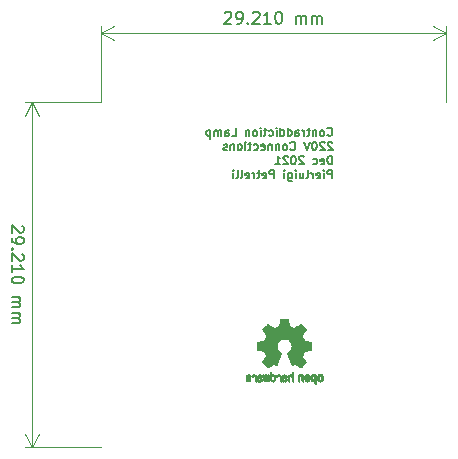
<source format=gbo>
%TF.GenerationSoftware,KiCad,Pcbnew,(5.1.12-1-10_14)*%
%TF.CreationDate,2021-12-04T23:40:54+01:00*%
%TF.ProjectId,contraddictionLamp_220Conn,636f6e74-7261-4646-9469-6374696f6e4c,rev?*%
%TF.SameCoordinates,Original*%
%TF.FileFunction,Legend,Bot*%
%TF.FilePolarity,Positive*%
%FSLAX46Y46*%
G04 Gerber Fmt 4.6, Leading zero omitted, Abs format (unit mm)*
G04 Created by KiCad (PCBNEW (5.1.12-1-10_14)) date 2021-12-04 23:40:54*
%MOMM*%
%LPD*%
G01*
G04 APERTURE LIST*
%ADD10C,0.150000*%
%ADD11C,0.120000*%
%ADD12C,0.010000*%
G04 APERTURE END LIST*
D10*
X155900380Y-100632142D02*
X155948000Y-100679761D01*
X155995619Y-100775000D01*
X155995619Y-101013095D01*
X155948000Y-101108333D01*
X155900380Y-101155952D01*
X155805142Y-101203571D01*
X155709904Y-101203571D01*
X155567047Y-101155952D01*
X154995619Y-100584523D01*
X154995619Y-101203571D01*
X154995619Y-101679761D02*
X154995619Y-101870238D01*
X155043238Y-101965476D01*
X155090857Y-102013095D01*
X155233714Y-102108333D01*
X155424190Y-102155952D01*
X155805142Y-102155952D01*
X155900380Y-102108333D01*
X155948000Y-102060714D01*
X155995619Y-101965476D01*
X155995619Y-101775000D01*
X155948000Y-101679761D01*
X155900380Y-101632142D01*
X155805142Y-101584523D01*
X155567047Y-101584523D01*
X155471809Y-101632142D01*
X155424190Y-101679761D01*
X155376571Y-101775000D01*
X155376571Y-101965476D01*
X155424190Y-102060714D01*
X155471809Y-102108333D01*
X155567047Y-102155952D01*
X155090857Y-102584523D02*
X155043238Y-102632142D01*
X154995619Y-102584523D01*
X155043238Y-102536904D01*
X155090857Y-102584523D01*
X154995619Y-102584523D01*
X155900380Y-103013095D02*
X155948000Y-103060714D01*
X155995619Y-103155952D01*
X155995619Y-103394047D01*
X155948000Y-103489285D01*
X155900380Y-103536904D01*
X155805142Y-103584523D01*
X155709904Y-103584523D01*
X155567047Y-103536904D01*
X154995619Y-102965476D01*
X154995619Y-103584523D01*
X154995619Y-104536904D02*
X154995619Y-103965476D01*
X154995619Y-104251190D02*
X155995619Y-104251190D01*
X155852761Y-104155952D01*
X155757523Y-104060714D01*
X155709904Y-103965476D01*
X155995619Y-105155952D02*
X155995619Y-105251190D01*
X155948000Y-105346428D01*
X155900380Y-105394047D01*
X155805142Y-105441666D01*
X155614666Y-105489285D01*
X155376571Y-105489285D01*
X155186095Y-105441666D01*
X155090857Y-105394047D01*
X155043238Y-105346428D01*
X154995619Y-105251190D01*
X154995619Y-105155952D01*
X155043238Y-105060714D01*
X155090857Y-105013095D01*
X155186095Y-104965476D01*
X155376571Y-104917857D01*
X155614666Y-104917857D01*
X155805142Y-104965476D01*
X155900380Y-105013095D01*
X155948000Y-105060714D01*
X155995619Y-105155952D01*
X154995619Y-106679761D02*
X155662285Y-106679761D01*
X155567047Y-106679761D02*
X155614666Y-106727380D01*
X155662285Y-106822619D01*
X155662285Y-106965476D01*
X155614666Y-107060714D01*
X155519428Y-107108333D01*
X154995619Y-107108333D01*
X155519428Y-107108333D02*
X155614666Y-107155952D01*
X155662285Y-107251190D01*
X155662285Y-107394047D01*
X155614666Y-107489285D01*
X155519428Y-107536904D01*
X154995619Y-107536904D01*
X154995619Y-108013095D02*
X155662285Y-108013095D01*
X155567047Y-108013095D02*
X155614666Y-108060714D01*
X155662285Y-108155952D01*
X155662285Y-108298809D01*
X155614666Y-108394047D01*
X155519428Y-108441666D01*
X154995619Y-108441666D01*
X155519428Y-108441666D02*
X155614666Y-108489285D01*
X155662285Y-108584523D01*
X155662285Y-108727380D01*
X155614666Y-108822619D01*
X155519428Y-108870238D01*
X154995619Y-108870238D01*
D11*
X156718000Y-90170000D02*
X156718000Y-119380000D01*
X162560000Y-90170000D02*
X156131579Y-90170000D01*
X162560000Y-119380000D02*
X156131579Y-119380000D01*
X156718000Y-119380000D02*
X156131579Y-118253496D01*
X156718000Y-119380000D02*
X157304421Y-118253496D01*
X156718000Y-90170000D02*
X156131579Y-91296504D01*
X156718000Y-90170000D02*
X157304421Y-91296504D01*
D10*
X173022142Y-82605619D02*
X173069761Y-82558000D01*
X173165000Y-82510380D01*
X173403095Y-82510380D01*
X173498333Y-82558000D01*
X173545952Y-82605619D01*
X173593571Y-82700857D01*
X173593571Y-82796095D01*
X173545952Y-82938952D01*
X172974523Y-83510380D01*
X173593571Y-83510380D01*
X174069761Y-83510380D02*
X174260238Y-83510380D01*
X174355476Y-83462761D01*
X174403095Y-83415142D01*
X174498333Y-83272285D01*
X174545952Y-83081809D01*
X174545952Y-82700857D01*
X174498333Y-82605619D01*
X174450714Y-82558000D01*
X174355476Y-82510380D01*
X174165000Y-82510380D01*
X174069761Y-82558000D01*
X174022142Y-82605619D01*
X173974523Y-82700857D01*
X173974523Y-82938952D01*
X174022142Y-83034190D01*
X174069761Y-83081809D01*
X174165000Y-83129428D01*
X174355476Y-83129428D01*
X174450714Y-83081809D01*
X174498333Y-83034190D01*
X174545952Y-82938952D01*
X174974523Y-83415142D02*
X175022142Y-83462761D01*
X174974523Y-83510380D01*
X174926904Y-83462761D01*
X174974523Y-83415142D01*
X174974523Y-83510380D01*
X175403095Y-82605619D02*
X175450714Y-82558000D01*
X175545952Y-82510380D01*
X175784047Y-82510380D01*
X175879285Y-82558000D01*
X175926904Y-82605619D01*
X175974523Y-82700857D01*
X175974523Y-82796095D01*
X175926904Y-82938952D01*
X175355476Y-83510380D01*
X175974523Y-83510380D01*
X176926904Y-83510380D02*
X176355476Y-83510380D01*
X176641190Y-83510380D02*
X176641190Y-82510380D01*
X176545952Y-82653238D01*
X176450714Y-82748476D01*
X176355476Y-82796095D01*
X177545952Y-82510380D02*
X177641190Y-82510380D01*
X177736428Y-82558000D01*
X177784047Y-82605619D01*
X177831666Y-82700857D01*
X177879285Y-82891333D01*
X177879285Y-83129428D01*
X177831666Y-83319904D01*
X177784047Y-83415142D01*
X177736428Y-83462761D01*
X177641190Y-83510380D01*
X177545952Y-83510380D01*
X177450714Y-83462761D01*
X177403095Y-83415142D01*
X177355476Y-83319904D01*
X177307857Y-83129428D01*
X177307857Y-82891333D01*
X177355476Y-82700857D01*
X177403095Y-82605619D01*
X177450714Y-82558000D01*
X177545952Y-82510380D01*
X179069761Y-83510380D02*
X179069761Y-82843714D01*
X179069761Y-82938952D02*
X179117380Y-82891333D01*
X179212619Y-82843714D01*
X179355476Y-82843714D01*
X179450714Y-82891333D01*
X179498333Y-82986571D01*
X179498333Y-83510380D01*
X179498333Y-82986571D02*
X179545952Y-82891333D01*
X179641190Y-82843714D01*
X179784047Y-82843714D01*
X179879285Y-82891333D01*
X179926904Y-82986571D01*
X179926904Y-83510380D01*
X180403095Y-83510380D02*
X180403095Y-82843714D01*
X180403095Y-82938952D02*
X180450714Y-82891333D01*
X180545952Y-82843714D01*
X180688809Y-82843714D01*
X180784047Y-82891333D01*
X180831666Y-82986571D01*
X180831666Y-83510380D01*
X180831666Y-82986571D02*
X180879285Y-82891333D01*
X180974523Y-82843714D01*
X181117380Y-82843714D01*
X181212619Y-82891333D01*
X181260238Y-82986571D01*
X181260238Y-83510380D01*
D11*
X191770000Y-84328000D02*
X162560000Y-84328000D01*
X191770000Y-90170000D02*
X191770000Y-83741579D01*
X162560000Y-90170000D02*
X162560000Y-83741579D01*
X162560000Y-84328000D02*
X163686504Y-83741579D01*
X162560000Y-84328000D02*
X163686504Y-84914421D01*
X191770000Y-84328000D02*
X190643496Y-83741579D01*
X191770000Y-84328000D02*
X190643496Y-84914421D01*
D10*
X181707833Y-92938000D02*
X181741166Y-92971333D01*
X181841166Y-93004666D01*
X181907833Y-93004666D01*
X182007833Y-92971333D01*
X182074500Y-92904666D01*
X182107833Y-92838000D01*
X182141166Y-92704666D01*
X182141166Y-92604666D01*
X182107833Y-92471333D01*
X182074500Y-92404666D01*
X182007833Y-92338000D01*
X181907833Y-92304666D01*
X181841166Y-92304666D01*
X181741166Y-92338000D01*
X181707833Y-92371333D01*
X181307833Y-93004666D02*
X181374500Y-92971333D01*
X181407833Y-92938000D01*
X181441166Y-92871333D01*
X181441166Y-92671333D01*
X181407833Y-92604666D01*
X181374500Y-92571333D01*
X181307833Y-92538000D01*
X181207833Y-92538000D01*
X181141166Y-92571333D01*
X181107833Y-92604666D01*
X181074500Y-92671333D01*
X181074500Y-92871333D01*
X181107833Y-92938000D01*
X181141166Y-92971333D01*
X181207833Y-93004666D01*
X181307833Y-93004666D01*
X180774500Y-92538000D02*
X180774500Y-93004666D01*
X180774500Y-92604666D02*
X180741166Y-92571333D01*
X180674500Y-92538000D01*
X180574500Y-92538000D01*
X180507833Y-92571333D01*
X180474500Y-92638000D01*
X180474500Y-93004666D01*
X180241166Y-92538000D02*
X179974500Y-92538000D01*
X180141166Y-92304666D02*
X180141166Y-92904666D01*
X180107833Y-92971333D01*
X180041166Y-93004666D01*
X179974500Y-93004666D01*
X179741166Y-93004666D02*
X179741166Y-92538000D01*
X179741166Y-92671333D02*
X179707833Y-92604666D01*
X179674500Y-92571333D01*
X179607833Y-92538000D01*
X179541166Y-92538000D01*
X179007833Y-93004666D02*
X179007833Y-92638000D01*
X179041166Y-92571333D01*
X179107833Y-92538000D01*
X179241166Y-92538000D01*
X179307833Y-92571333D01*
X179007833Y-92971333D02*
X179074500Y-93004666D01*
X179241166Y-93004666D01*
X179307833Y-92971333D01*
X179341166Y-92904666D01*
X179341166Y-92838000D01*
X179307833Y-92771333D01*
X179241166Y-92738000D01*
X179074500Y-92738000D01*
X179007833Y-92704666D01*
X178374500Y-93004666D02*
X178374500Y-92304666D01*
X178374500Y-92971333D02*
X178441166Y-93004666D01*
X178574500Y-93004666D01*
X178641166Y-92971333D01*
X178674500Y-92938000D01*
X178707833Y-92871333D01*
X178707833Y-92671333D01*
X178674500Y-92604666D01*
X178641166Y-92571333D01*
X178574500Y-92538000D01*
X178441166Y-92538000D01*
X178374500Y-92571333D01*
X177741166Y-93004666D02*
X177741166Y-92304666D01*
X177741166Y-92971333D02*
X177807833Y-93004666D01*
X177941166Y-93004666D01*
X178007833Y-92971333D01*
X178041166Y-92938000D01*
X178074500Y-92871333D01*
X178074500Y-92671333D01*
X178041166Y-92604666D01*
X178007833Y-92571333D01*
X177941166Y-92538000D01*
X177807833Y-92538000D01*
X177741166Y-92571333D01*
X177407833Y-93004666D02*
X177407833Y-92538000D01*
X177407833Y-92304666D02*
X177441166Y-92338000D01*
X177407833Y-92371333D01*
X177374500Y-92338000D01*
X177407833Y-92304666D01*
X177407833Y-92371333D01*
X176774500Y-92971333D02*
X176841166Y-93004666D01*
X176974500Y-93004666D01*
X177041166Y-92971333D01*
X177074500Y-92938000D01*
X177107833Y-92871333D01*
X177107833Y-92671333D01*
X177074500Y-92604666D01*
X177041166Y-92571333D01*
X176974500Y-92538000D01*
X176841166Y-92538000D01*
X176774500Y-92571333D01*
X176574500Y-92538000D02*
X176307833Y-92538000D01*
X176474500Y-92304666D02*
X176474500Y-92904666D01*
X176441166Y-92971333D01*
X176374500Y-93004666D01*
X176307833Y-93004666D01*
X176074500Y-93004666D02*
X176074500Y-92538000D01*
X176074500Y-92304666D02*
X176107833Y-92338000D01*
X176074500Y-92371333D01*
X176041166Y-92338000D01*
X176074500Y-92304666D01*
X176074500Y-92371333D01*
X175641166Y-93004666D02*
X175707833Y-92971333D01*
X175741166Y-92938000D01*
X175774500Y-92871333D01*
X175774500Y-92671333D01*
X175741166Y-92604666D01*
X175707833Y-92571333D01*
X175641166Y-92538000D01*
X175541166Y-92538000D01*
X175474500Y-92571333D01*
X175441166Y-92604666D01*
X175407833Y-92671333D01*
X175407833Y-92871333D01*
X175441166Y-92938000D01*
X175474500Y-92971333D01*
X175541166Y-93004666D01*
X175641166Y-93004666D01*
X175107833Y-92538000D02*
X175107833Y-93004666D01*
X175107833Y-92604666D02*
X175074500Y-92571333D01*
X175007833Y-92538000D01*
X174907833Y-92538000D01*
X174841166Y-92571333D01*
X174807833Y-92638000D01*
X174807833Y-93004666D01*
X173607833Y-93004666D02*
X173941166Y-93004666D01*
X173941166Y-92304666D01*
X173074500Y-93004666D02*
X173074500Y-92638000D01*
X173107833Y-92571333D01*
X173174500Y-92538000D01*
X173307833Y-92538000D01*
X173374500Y-92571333D01*
X173074500Y-92971333D02*
X173141166Y-93004666D01*
X173307833Y-93004666D01*
X173374500Y-92971333D01*
X173407833Y-92904666D01*
X173407833Y-92838000D01*
X173374500Y-92771333D01*
X173307833Y-92738000D01*
X173141166Y-92738000D01*
X173074500Y-92704666D01*
X172741166Y-93004666D02*
X172741166Y-92538000D01*
X172741166Y-92604666D02*
X172707833Y-92571333D01*
X172641166Y-92538000D01*
X172541166Y-92538000D01*
X172474500Y-92571333D01*
X172441166Y-92638000D01*
X172441166Y-93004666D01*
X172441166Y-92638000D02*
X172407833Y-92571333D01*
X172341166Y-92538000D01*
X172241166Y-92538000D01*
X172174500Y-92571333D01*
X172141166Y-92638000D01*
X172141166Y-93004666D01*
X171807833Y-92538000D02*
X171807833Y-93238000D01*
X171807833Y-92571333D02*
X171741166Y-92538000D01*
X171607833Y-92538000D01*
X171541166Y-92571333D01*
X171507833Y-92604666D01*
X171474500Y-92671333D01*
X171474500Y-92871333D01*
X171507833Y-92938000D01*
X171541166Y-92971333D01*
X171607833Y-93004666D01*
X171741166Y-93004666D01*
X171807833Y-92971333D01*
X182141166Y-93571333D02*
X182107833Y-93538000D01*
X182041166Y-93504666D01*
X181874500Y-93504666D01*
X181807833Y-93538000D01*
X181774500Y-93571333D01*
X181741166Y-93638000D01*
X181741166Y-93704666D01*
X181774500Y-93804666D01*
X182174500Y-94204666D01*
X181741166Y-94204666D01*
X181474500Y-93571333D02*
X181441166Y-93538000D01*
X181374500Y-93504666D01*
X181207833Y-93504666D01*
X181141166Y-93538000D01*
X181107833Y-93571333D01*
X181074500Y-93638000D01*
X181074500Y-93704666D01*
X181107833Y-93804666D01*
X181507833Y-94204666D01*
X181074500Y-94204666D01*
X180641166Y-93504666D02*
X180574500Y-93504666D01*
X180507833Y-93538000D01*
X180474500Y-93571333D01*
X180441166Y-93638000D01*
X180407833Y-93771333D01*
X180407833Y-93938000D01*
X180441166Y-94071333D01*
X180474500Y-94138000D01*
X180507833Y-94171333D01*
X180574500Y-94204666D01*
X180641166Y-94204666D01*
X180707833Y-94171333D01*
X180741166Y-94138000D01*
X180774500Y-94071333D01*
X180807833Y-93938000D01*
X180807833Y-93771333D01*
X180774500Y-93638000D01*
X180741166Y-93571333D01*
X180707833Y-93538000D01*
X180641166Y-93504666D01*
X180207833Y-93504666D02*
X179974500Y-94204666D01*
X179741166Y-93504666D01*
X178574500Y-94138000D02*
X178607833Y-94171333D01*
X178707833Y-94204666D01*
X178774500Y-94204666D01*
X178874500Y-94171333D01*
X178941166Y-94104666D01*
X178974500Y-94038000D01*
X179007833Y-93904666D01*
X179007833Y-93804666D01*
X178974500Y-93671333D01*
X178941166Y-93604666D01*
X178874500Y-93538000D01*
X178774500Y-93504666D01*
X178707833Y-93504666D01*
X178607833Y-93538000D01*
X178574500Y-93571333D01*
X178174500Y-94204666D02*
X178241166Y-94171333D01*
X178274500Y-94138000D01*
X178307833Y-94071333D01*
X178307833Y-93871333D01*
X178274500Y-93804666D01*
X178241166Y-93771333D01*
X178174500Y-93738000D01*
X178074500Y-93738000D01*
X178007833Y-93771333D01*
X177974500Y-93804666D01*
X177941166Y-93871333D01*
X177941166Y-94071333D01*
X177974500Y-94138000D01*
X178007833Y-94171333D01*
X178074500Y-94204666D01*
X178174500Y-94204666D01*
X177641166Y-93738000D02*
X177641166Y-94204666D01*
X177641166Y-93804666D02*
X177607833Y-93771333D01*
X177541166Y-93738000D01*
X177441166Y-93738000D01*
X177374500Y-93771333D01*
X177341166Y-93838000D01*
X177341166Y-94204666D01*
X177007833Y-93738000D02*
X177007833Y-94204666D01*
X177007833Y-93804666D02*
X176974500Y-93771333D01*
X176907833Y-93738000D01*
X176807833Y-93738000D01*
X176741166Y-93771333D01*
X176707833Y-93838000D01*
X176707833Y-94204666D01*
X176107833Y-94171333D02*
X176174500Y-94204666D01*
X176307833Y-94204666D01*
X176374500Y-94171333D01*
X176407833Y-94104666D01*
X176407833Y-93838000D01*
X176374500Y-93771333D01*
X176307833Y-93738000D01*
X176174500Y-93738000D01*
X176107833Y-93771333D01*
X176074500Y-93838000D01*
X176074500Y-93904666D01*
X176407833Y-93971333D01*
X175474500Y-94171333D02*
X175541166Y-94204666D01*
X175674500Y-94204666D01*
X175741166Y-94171333D01*
X175774500Y-94138000D01*
X175807833Y-94071333D01*
X175807833Y-93871333D01*
X175774500Y-93804666D01*
X175741166Y-93771333D01*
X175674500Y-93738000D01*
X175541166Y-93738000D01*
X175474500Y-93771333D01*
X175274500Y-93738000D02*
X175007833Y-93738000D01*
X175174500Y-93504666D02*
X175174500Y-94104666D01*
X175141166Y-94171333D01*
X175074500Y-94204666D01*
X175007833Y-94204666D01*
X174774500Y-94204666D02*
X174774500Y-93738000D01*
X174774500Y-93504666D02*
X174807833Y-93538000D01*
X174774500Y-93571333D01*
X174741166Y-93538000D01*
X174774500Y-93504666D01*
X174774500Y-93571333D01*
X174341166Y-94204666D02*
X174407833Y-94171333D01*
X174441166Y-94138000D01*
X174474500Y-94071333D01*
X174474500Y-93871333D01*
X174441166Y-93804666D01*
X174407833Y-93771333D01*
X174341166Y-93738000D01*
X174241166Y-93738000D01*
X174174500Y-93771333D01*
X174141166Y-93804666D01*
X174107833Y-93871333D01*
X174107833Y-94071333D01*
X174141166Y-94138000D01*
X174174500Y-94171333D01*
X174241166Y-94204666D01*
X174341166Y-94204666D01*
X173807833Y-93738000D02*
X173807833Y-94204666D01*
X173807833Y-93804666D02*
X173774500Y-93771333D01*
X173707833Y-93738000D01*
X173607833Y-93738000D01*
X173541166Y-93771333D01*
X173507833Y-93838000D01*
X173507833Y-94204666D01*
X173207833Y-94171333D02*
X173141166Y-94204666D01*
X173007833Y-94204666D01*
X172941166Y-94171333D01*
X172907833Y-94104666D01*
X172907833Y-94071333D01*
X172941166Y-94004666D01*
X173007833Y-93971333D01*
X173107833Y-93971333D01*
X173174500Y-93938000D01*
X173207833Y-93871333D01*
X173207833Y-93838000D01*
X173174500Y-93771333D01*
X173107833Y-93738000D01*
X173007833Y-93738000D01*
X172941166Y-93771333D01*
X182107833Y-95404666D02*
X182107833Y-94704666D01*
X181941166Y-94704666D01*
X181841166Y-94738000D01*
X181774500Y-94804666D01*
X181741166Y-94871333D01*
X181707833Y-95004666D01*
X181707833Y-95104666D01*
X181741166Y-95238000D01*
X181774500Y-95304666D01*
X181841166Y-95371333D01*
X181941166Y-95404666D01*
X182107833Y-95404666D01*
X181141166Y-95371333D02*
X181207833Y-95404666D01*
X181341166Y-95404666D01*
X181407833Y-95371333D01*
X181441166Y-95304666D01*
X181441166Y-95038000D01*
X181407833Y-94971333D01*
X181341166Y-94938000D01*
X181207833Y-94938000D01*
X181141166Y-94971333D01*
X181107833Y-95038000D01*
X181107833Y-95104666D01*
X181441166Y-95171333D01*
X180507833Y-95371333D02*
X180574500Y-95404666D01*
X180707833Y-95404666D01*
X180774500Y-95371333D01*
X180807833Y-95338000D01*
X180841166Y-95271333D01*
X180841166Y-95071333D01*
X180807833Y-95004666D01*
X180774500Y-94971333D01*
X180707833Y-94938000D01*
X180574500Y-94938000D01*
X180507833Y-94971333D01*
X179707833Y-94771333D02*
X179674500Y-94738000D01*
X179607833Y-94704666D01*
X179441166Y-94704666D01*
X179374500Y-94738000D01*
X179341166Y-94771333D01*
X179307833Y-94838000D01*
X179307833Y-94904666D01*
X179341166Y-95004666D01*
X179741166Y-95404666D01*
X179307833Y-95404666D01*
X178874500Y-94704666D02*
X178807833Y-94704666D01*
X178741166Y-94738000D01*
X178707833Y-94771333D01*
X178674500Y-94838000D01*
X178641166Y-94971333D01*
X178641166Y-95138000D01*
X178674500Y-95271333D01*
X178707833Y-95338000D01*
X178741166Y-95371333D01*
X178807833Y-95404666D01*
X178874500Y-95404666D01*
X178941166Y-95371333D01*
X178974500Y-95338000D01*
X179007833Y-95271333D01*
X179041166Y-95138000D01*
X179041166Y-94971333D01*
X179007833Y-94838000D01*
X178974500Y-94771333D01*
X178941166Y-94738000D01*
X178874500Y-94704666D01*
X178374500Y-94771333D02*
X178341166Y-94738000D01*
X178274500Y-94704666D01*
X178107833Y-94704666D01*
X178041166Y-94738000D01*
X178007833Y-94771333D01*
X177974500Y-94838000D01*
X177974500Y-94904666D01*
X178007833Y-95004666D01*
X178407833Y-95404666D01*
X177974500Y-95404666D01*
X177307833Y-95404666D02*
X177707833Y-95404666D01*
X177507833Y-95404666D02*
X177507833Y-94704666D01*
X177574500Y-94804666D01*
X177641166Y-94871333D01*
X177707833Y-94904666D01*
X182107833Y-96604666D02*
X182107833Y-95904666D01*
X181841166Y-95904666D01*
X181774500Y-95938000D01*
X181741166Y-95971333D01*
X181707833Y-96038000D01*
X181707833Y-96138000D01*
X181741166Y-96204666D01*
X181774500Y-96238000D01*
X181841166Y-96271333D01*
X182107833Y-96271333D01*
X181407833Y-96604666D02*
X181407833Y-96138000D01*
X181407833Y-95904666D02*
X181441166Y-95938000D01*
X181407833Y-95971333D01*
X181374500Y-95938000D01*
X181407833Y-95904666D01*
X181407833Y-95971333D01*
X180807833Y-96571333D02*
X180874500Y-96604666D01*
X181007833Y-96604666D01*
X181074500Y-96571333D01*
X181107833Y-96504666D01*
X181107833Y-96238000D01*
X181074500Y-96171333D01*
X181007833Y-96138000D01*
X180874500Y-96138000D01*
X180807833Y-96171333D01*
X180774500Y-96238000D01*
X180774500Y-96304666D01*
X181107833Y-96371333D01*
X180474500Y-96604666D02*
X180474500Y-96138000D01*
X180474500Y-96271333D02*
X180441166Y-96204666D01*
X180407833Y-96171333D01*
X180341166Y-96138000D01*
X180274500Y-96138000D01*
X179941166Y-96604666D02*
X180007833Y-96571333D01*
X180041166Y-96504666D01*
X180041166Y-95904666D01*
X179374500Y-96138000D02*
X179374500Y-96604666D01*
X179674500Y-96138000D02*
X179674500Y-96504666D01*
X179641166Y-96571333D01*
X179574500Y-96604666D01*
X179474500Y-96604666D01*
X179407833Y-96571333D01*
X179374500Y-96538000D01*
X179041166Y-96604666D02*
X179041166Y-96138000D01*
X179041166Y-95904666D02*
X179074500Y-95938000D01*
X179041166Y-95971333D01*
X179007833Y-95938000D01*
X179041166Y-95904666D01*
X179041166Y-95971333D01*
X178407833Y-96138000D02*
X178407833Y-96704666D01*
X178441166Y-96771333D01*
X178474500Y-96804666D01*
X178541166Y-96838000D01*
X178641166Y-96838000D01*
X178707833Y-96804666D01*
X178407833Y-96571333D02*
X178474500Y-96604666D01*
X178607833Y-96604666D01*
X178674500Y-96571333D01*
X178707833Y-96538000D01*
X178741166Y-96471333D01*
X178741166Y-96271333D01*
X178707833Y-96204666D01*
X178674500Y-96171333D01*
X178607833Y-96138000D01*
X178474500Y-96138000D01*
X178407833Y-96171333D01*
X178074500Y-96604666D02*
X178074500Y-96138000D01*
X178074500Y-95904666D02*
X178107833Y-95938000D01*
X178074500Y-95971333D01*
X178041166Y-95938000D01*
X178074500Y-95904666D01*
X178074500Y-95971333D01*
X177207833Y-96604666D02*
X177207833Y-95904666D01*
X176941166Y-95904666D01*
X176874500Y-95938000D01*
X176841166Y-95971333D01*
X176807833Y-96038000D01*
X176807833Y-96138000D01*
X176841166Y-96204666D01*
X176874500Y-96238000D01*
X176941166Y-96271333D01*
X177207833Y-96271333D01*
X176241166Y-96571333D02*
X176307833Y-96604666D01*
X176441166Y-96604666D01*
X176507833Y-96571333D01*
X176541166Y-96504666D01*
X176541166Y-96238000D01*
X176507833Y-96171333D01*
X176441166Y-96138000D01*
X176307833Y-96138000D01*
X176241166Y-96171333D01*
X176207833Y-96238000D01*
X176207833Y-96304666D01*
X176541166Y-96371333D01*
X176007833Y-96138000D02*
X175741166Y-96138000D01*
X175907833Y-95904666D02*
X175907833Y-96504666D01*
X175874500Y-96571333D01*
X175807833Y-96604666D01*
X175741166Y-96604666D01*
X175507833Y-96604666D02*
X175507833Y-96138000D01*
X175507833Y-96271333D02*
X175474500Y-96204666D01*
X175441166Y-96171333D01*
X175374500Y-96138000D01*
X175307833Y-96138000D01*
X174807833Y-96571333D02*
X174874500Y-96604666D01*
X175007833Y-96604666D01*
X175074500Y-96571333D01*
X175107833Y-96504666D01*
X175107833Y-96238000D01*
X175074500Y-96171333D01*
X175007833Y-96138000D01*
X174874500Y-96138000D01*
X174807833Y-96171333D01*
X174774500Y-96238000D01*
X174774500Y-96304666D01*
X175107833Y-96371333D01*
X174374500Y-96604666D02*
X174441166Y-96571333D01*
X174474500Y-96504666D01*
X174474500Y-95904666D01*
X174007833Y-96604666D02*
X174074500Y-96571333D01*
X174107833Y-96504666D01*
X174107833Y-95904666D01*
X173741166Y-96604666D02*
X173741166Y-96138000D01*
X173741166Y-95904666D02*
X173774500Y-95938000D01*
X173741166Y-95971333D01*
X173707833Y-95938000D01*
X173741166Y-95904666D01*
X173741166Y-95971333D01*
D12*
%TO.C,REF\u002A\u002A*%
G36*
X180454256Y-113171918D02*
G01*
X180398799Y-113199568D01*
X180349852Y-113250480D01*
X180336371Y-113269338D01*
X180321686Y-113294015D01*
X180312158Y-113320816D01*
X180306707Y-113356587D01*
X180304253Y-113408169D01*
X180303714Y-113476267D01*
X180306148Y-113569588D01*
X180314606Y-113639657D01*
X180330826Y-113691931D01*
X180356546Y-113731869D01*
X180393503Y-113764929D01*
X180396218Y-113766886D01*
X180432640Y-113786908D01*
X180476498Y-113796815D01*
X180532276Y-113799257D01*
X180622952Y-113799257D01*
X180622990Y-113887283D01*
X180623834Y-113936308D01*
X180628976Y-113965065D01*
X180642413Y-113982311D01*
X180668142Y-113996808D01*
X180674321Y-113999769D01*
X180703236Y-114013648D01*
X180725624Y-114022414D01*
X180742271Y-114023171D01*
X180753964Y-114013023D01*
X180761490Y-113989073D01*
X180765634Y-113948426D01*
X180767185Y-113888186D01*
X180766929Y-113805455D01*
X180765651Y-113697339D01*
X180765252Y-113665000D01*
X180763815Y-113553524D01*
X180762528Y-113480603D01*
X180623029Y-113480603D01*
X180622245Y-113542499D01*
X180618760Y-113582997D01*
X180610876Y-113609708D01*
X180596895Y-113630244D01*
X180587403Y-113640260D01*
X180548596Y-113669567D01*
X180514237Y-113671952D01*
X180478784Y-113647750D01*
X180477886Y-113646857D01*
X180463461Y-113628153D01*
X180454687Y-113602732D01*
X180450261Y-113563584D01*
X180448882Y-113503697D01*
X180448857Y-113490430D01*
X180452188Y-113407901D01*
X180463031Y-113350691D01*
X180482660Y-113315766D01*
X180512350Y-113300094D01*
X180529509Y-113298514D01*
X180570234Y-113305926D01*
X180598168Y-113330330D01*
X180614983Y-113374980D01*
X180622350Y-113443130D01*
X180623029Y-113480603D01*
X180762528Y-113480603D01*
X180762292Y-113467245D01*
X180760323Y-113402333D01*
X180757550Y-113354958D01*
X180753612Y-113321290D01*
X180748151Y-113297498D01*
X180740808Y-113279753D01*
X180731223Y-113264224D01*
X180727113Y-113258381D01*
X180672595Y-113203185D01*
X180603664Y-113171890D01*
X180523928Y-113163165D01*
X180454256Y-113171918D01*
G37*
X180454256Y-113171918D02*
X180398799Y-113199568D01*
X180349852Y-113250480D01*
X180336371Y-113269338D01*
X180321686Y-113294015D01*
X180312158Y-113320816D01*
X180306707Y-113356587D01*
X180304253Y-113408169D01*
X180303714Y-113476267D01*
X180306148Y-113569588D01*
X180314606Y-113639657D01*
X180330826Y-113691931D01*
X180356546Y-113731869D01*
X180393503Y-113764929D01*
X180396218Y-113766886D01*
X180432640Y-113786908D01*
X180476498Y-113796815D01*
X180532276Y-113799257D01*
X180622952Y-113799257D01*
X180622990Y-113887283D01*
X180623834Y-113936308D01*
X180628976Y-113965065D01*
X180642413Y-113982311D01*
X180668142Y-113996808D01*
X180674321Y-113999769D01*
X180703236Y-114013648D01*
X180725624Y-114022414D01*
X180742271Y-114023171D01*
X180753964Y-114013023D01*
X180761490Y-113989073D01*
X180765634Y-113948426D01*
X180767185Y-113888186D01*
X180766929Y-113805455D01*
X180765651Y-113697339D01*
X180765252Y-113665000D01*
X180763815Y-113553524D01*
X180762528Y-113480603D01*
X180623029Y-113480603D01*
X180622245Y-113542499D01*
X180618760Y-113582997D01*
X180610876Y-113609708D01*
X180596895Y-113630244D01*
X180587403Y-113640260D01*
X180548596Y-113669567D01*
X180514237Y-113671952D01*
X180478784Y-113647750D01*
X180477886Y-113646857D01*
X180463461Y-113628153D01*
X180454687Y-113602732D01*
X180450261Y-113563584D01*
X180448882Y-113503697D01*
X180448857Y-113490430D01*
X180452188Y-113407901D01*
X180463031Y-113350691D01*
X180482660Y-113315766D01*
X180512350Y-113300094D01*
X180529509Y-113298514D01*
X180570234Y-113305926D01*
X180598168Y-113330330D01*
X180614983Y-113374980D01*
X180622350Y-113443130D01*
X180623029Y-113480603D01*
X180762528Y-113480603D01*
X180762292Y-113467245D01*
X180760323Y-113402333D01*
X180757550Y-113354958D01*
X180753612Y-113321290D01*
X180748151Y-113297498D01*
X180740808Y-113279753D01*
X180731223Y-113264224D01*
X180727113Y-113258381D01*
X180672595Y-113203185D01*
X180603664Y-113171890D01*
X180523928Y-113163165D01*
X180454256Y-113171918D01*
G36*
X179337907Y-113179780D02*
G01*
X179291328Y-113206723D01*
X179258943Y-113233466D01*
X179235258Y-113261484D01*
X179218941Y-113295748D01*
X179208661Y-113341227D01*
X179203086Y-113402892D01*
X179200884Y-113485711D01*
X179200629Y-113545246D01*
X179200629Y-113764391D01*
X179262314Y-113792044D01*
X179324000Y-113819697D01*
X179331257Y-113579670D01*
X179334256Y-113490028D01*
X179337402Y-113424962D01*
X179341299Y-113380026D01*
X179346553Y-113350770D01*
X179353769Y-113332748D01*
X179363550Y-113321511D01*
X179366688Y-113319079D01*
X179414239Y-113300083D01*
X179462303Y-113307600D01*
X179490914Y-113327543D01*
X179502553Y-113341675D01*
X179510609Y-113360220D01*
X179515729Y-113388334D01*
X179518559Y-113431173D01*
X179519744Y-113493895D01*
X179519943Y-113559261D01*
X179519982Y-113641268D01*
X179521386Y-113699316D01*
X179526086Y-113738465D01*
X179536013Y-113763780D01*
X179553097Y-113780323D01*
X179579268Y-113793156D01*
X179614225Y-113806491D01*
X179652404Y-113821007D01*
X179647859Y-113563389D01*
X179646029Y-113470519D01*
X179643888Y-113401889D01*
X179640819Y-113352711D01*
X179636206Y-113318198D01*
X179629432Y-113293562D01*
X179619881Y-113274016D01*
X179608366Y-113256770D01*
X179552810Y-113201680D01*
X179485020Y-113169822D01*
X179411287Y-113162191D01*
X179337907Y-113179780D01*
G37*
X179337907Y-113179780D02*
X179291328Y-113206723D01*
X179258943Y-113233466D01*
X179235258Y-113261484D01*
X179218941Y-113295748D01*
X179208661Y-113341227D01*
X179203086Y-113402892D01*
X179200884Y-113485711D01*
X179200629Y-113545246D01*
X179200629Y-113764391D01*
X179262314Y-113792044D01*
X179324000Y-113819697D01*
X179331257Y-113579670D01*
X179334256Y-113490028D01*
X179337402Y-113424962D01*
X179341299Y-113380026D01*
X179346553Y-113350770D01*
X179353769Y-113332748D01*
X179363550Y-113321511D01*
X179366688Y-113319079D01*
X179414239Y-113300083D01*
X179462303Y-113307600D01*
X179490914Y-113327543D01*
X179502553Y-113341675D01*
X179510609Y-113360220D01*
X179515729Y-113388334D01*
X179518559Y-113431173D01*
X179519744Y-113493895D01*
X179519943Y-113559261D01*
X179519982Y-113641268D01*
X179521386Y-113699316D01*
X179526086Y-113738465D01*
X179536013Y-113763780D01*
X179553097Y-113780323D01*
X179579268Y-113793156D01*
X179614225Y-113806491D01*
X179652404Y-113821007D01*
X179647859Y-113563389D01*
X179646029Y-113470519D01*
X179643888Y-113401889D01*
X179640819Y-113352711D01*
X179636206Y-113318198D01*
X179629432Y-113293562D01*
X179619881Y-113274016D01*
X179608366Y-113256770D01*
X179552810Y-113201680D01*
X179485020Y-113169822D01*
X179411287Y-113162191D01*
X179337907Y-113179780D01*
G36*
X181012885Y-113173962D02*
G01*
X180944855Y-113209733D01*
X180894649Y-113267301D01*
X180876815Y-113304312D01*
X180862937Y-113359882D01*
X180855833Y-113430096D01*
X180855160Y-113506727D01*
X180860573Y-113581552D01*
X180871730Y-113646342D01*
X180888286Y-113692873D01*
X180893374Y-113700887D01*
X180953645Y-113760707D01*
X181025231Y-113796535D01*
X181102908Y-113807020D01*
X181181452Y-113790810D01*
X181203311Y-113781092D01*
X181245878Y-113751143D01*
X181283237Y-113711433D01*
X181286768Y-113706397D01*
X181301119Y-113682124D01*
X181310606Y-113656178D01*
X181316210Y-113622022D01*
X181318914Y-113573119D01*
X181319701Y-113502935D01*
X181319714Y-113487200D01*
X181319678Y-113482192D01*
X181174571Y-113482192D01*
X181173727Y-113548430D01*
X181170404Y-113592386D01*
X181163417Y-113620779D01*
X181151584Y-113640325D01*
X181145543Y-113646857D01*
X181110814Y-113671680D01*
X181077097Y-113670548D01*
X181043005Y-113649016D01*
X181022671Y-113626029D01*
X181010629Y-113592478D01*
X181003866Y-113539569D01*
X181003402Y-113533399D01*
X181002248Y-113437513D01*
X181014312Y-113366299D01*
X181039430Y-113320194D01*
X181077440Y-113299635D01*
X181091008Y-113298514D01*
X181126636Y-113304152D01*
X181151006Y-113323686D01*
X181165907Y-113361042D01*
X181173125Y-113420150D01*
X181174571Y-113482192D01*
X181319678Y-113482192D01*
X181319174Y-113412413D01*
X181316904Y-113360159D01*
X181311932Y-113323949D01*
X181303287Y-113297299D01*
X181289995Y-113273722D01*
X181287057Y-113269338D01*
X181237687Y-113210249D01*
X181183891Y-113175947D01*
X181118398Y-113162331D01*
X181096158Y-113161665D01*
X181012885Y-113173962D01*
G37*
X181012885Y-113173962D02*
X180944855Y-113209733D01*
X180894649Y-113267301D01*
X180876815Y-113304312D01*
X180862937Y-113359882D01*
X180855833Y-113430096D01*
X180855160Y-113506727D01*
X180860573Y-113581552D01*
X180871730Y-113646342D01*
X180888286Y-113692873D01*
X180893374Y-113700887D01*
X180953645Y-113760707D01*
X181025231Y-113796535D01*
X181102908Y-113807020D01*
X181181452Y-113790810D01*
X181203311Y-113781092D01*
X181245878Y-113751143D01*
X181283237Y-113711433D01*
X181286768Y-113706397D01*
X181301119Y-113682124D01*
X181310606Y-113656178D01*
X181316210Y-113622022D01*
X181318914Y-113573119D01*
X181319701Y-113502935D01*
X181319714Y-113487200D01*
X181319678Y-113482192D01*
X181174571Y-113482192D01*
X181173727Y-113548430D01*
X181170404Y-113592386D01*
X181163417Y-113620779D01*
X181151584Y-113640325D01*
X181145543Y-113646857D01*
X181110814Y-113671680D01*
X181077097Y-113670548D01*
X181043005Y-113649016D01*
X181022671Y-113626029D01*
X181010629Y-113592478D01*
X181003866Y-113539569D01*
X181003402Y-113533399D01*
X181002248Y-113437513D01*
X181014312Y-113366299D01*
X181039430Y-113320194D01*
X181077440Y-113299635D01*
X181091008Y-113298514D01*
X181126636Y-113304152D01*
X181151006Y-113323686D01*
X181165907Y-113361042D01*
X181173125Y-113420150D01*
X181174571Y-113482192D01*
X181319678Y-113482192D01*
X181319174Y-113412413D01*
X181316904Y-113360159D01*
X181311932Y-113323949D01*
X181303287Y-113297299D01*
X181289995Y-113273722D01*
X181287057Y-113269338D01*
X181237687Y-113210249D01*
X181183891Y-113175947D01*
X181118398Y-113162331D01*
X181096158Y-113161665D01*
X181012885Y-113173962D01*
G36*
X179885697Y-113183239D02*
G01*
X179828473Y-113221735D01*
X179784251Y-113277335D01*
X179757833Y-113348086D01*
X179752490Y-113400162D01*
X179753097Y-113421893D01*
X179758178Y-113438531D01*
X179772145Y-113453437D01*
X179799411Y-113469973D01*
X179844388Y-113491498D01*
X179911489Y-113521374D01*
X179911829Y-113521524D01*
X179973593Y-113549813D01*
X180024241Y-113574933D01*
X180058596Y-113594179D01*
X180071482Y-113604848D01*
X180071486Y-113604934D01*
X180060128Y-113628166D01*
X180033569Y-113653774D01*
X180003077Y-113672221D01*
X179987630Y-113675886D01*
X179945485Y-113663212D01*
X179909192Y-113631471D01*
X179891483Y-113596572D01*
X179874448Y-113570845D01*
X179841078Y-113541546D01*
X179801851Y-113516235D01*
X179767244Y-113502471D01*
X179760007Y-113501714D01*
X179751861Y-113514160D01*
X179751370Y-113545972D01*
X179757357Y-113588866D01*
X179768643Y-113634558D01*
X179784050Y-113674761D01*
X179784829Y-113676322D01*
X179831196Y-113741062D01*
X179891289Y-113785097D01*
X179959535Y-113806711D01*
X180030362Y-113804185D01*
X180098196Y-113775804D01*
X180101212Y-113773808D01*
X180154573Y-113725448D01*
X180189660Y-113662352D01*
X180209078Y-113579387D01*
X180211684Y-113556078D01*
X180216299Y-113446055D01*
X180210767Y-113394748D01*
X180071486Y-113394748D01*
X180069676Y-113426753D01*
X180059778Y-113436093D01*
X180035102Y-113429105D01*
X179996205Y-113412587D01*
X179952725Y-113391881D01*
X179951644Y-113391333D01*
X179914791Y-113371949D01*
X179900000Y-113359013D01*
X179903647Y-113345451D01*
X179919005Y-113327632D01*
X179958077Y-113301845D01*
X180000154Y-113299950D01*
X180037897Y-113318717D01*
X180063966Y-113354915D01*
X180071486Y-113394748D01*
X180210767Y-113394748D01*
X180206806Y-113358027D01*
X180182450Y-113288212D01*
X180148544Y-113239302D01*
X180087347Y-113189878D01*
X180019937Y-113165359D01*
X179951120Y-113163797D01*
X179885697Y-113183239D01*
G37*
X179885697Y-113183239D02*
X179828473Y-113221735D01*
X179784251Y-113277335D01*
X179757833Y-113348086D01*
X179752490Y-113400162D01*
X179753097Y-113421893D01*
X179758178Y-113438531D01*
X179772145Y-113453437D01*
X179799411Y-113469973D01*
X179844388Y-113491498D01*
X179911489Y-113521374D01*
X179911829Y-113521524D01*
X179973593Y-113549813D01*
X180024241Y-113574933D01*
X180058596Y-113594179D01*
X180071482Y-113604848D01*
X180071486Y-113604934D01*
X180060128Y-113628166D01*
X180033569Y-113653774D01*
X180003077Y-113672221D01*
X179987630Y-113675886D01*
X179945485Y-113663212D01*
X179909192Y-113631471D01*
X179891483Y-113596572D01*
X179874448Y-113570845D01*
X179841078Y-113541546D01*
X179801851Y-113516235D01*
X179767244Y-113502471D01*
X179760007Y-113501714D01*
X179751861Y-113514160D01*
X179751370Y-113545972D01*
X179757357Y-113588866D01*
X179768643Y-113634558D01*
X179784050Y-113674761D01*
X179784829Y-113676322D01*
X179831196Y-113741062D01*
X179891289Y-113785097D01*
X179959535Y-113806711D01*
X180030362Y-113804185D01*
X180098196Y-113775804D01*
X180101212Y-113773808D01*
X180154573Y-113725448D01*
X180189660Y-113662352D01*
X180209078Y-113579387D01*
X180211684Y-113556078D01*
X180216299Y-113446055D01*
X180210767Y-113394748D01*
X180071486Y-113394748D01*
X180069676Y-113426753D01*
X180059778Y-113436093D01*
X180035102Y-113429105D01*
X179996205Y-113412587D01*
X179952725Y-113391881D01*
X179951644Y-113391333D01*
X179914791Y-113371949D01*
X179900000Y-113359013D01*
X179903647Y-113345451D01*
X179919005Y-113327632D01*
X179958077Y-113301845D01*
X180000154Y-113299950D01*
X180037897Y-113318717D01*
X180063966Y-113354915D01*
X180071486Y-113394748D01*
X180210767Y-113394748D01*
X180206806Y-113358027D01*
X180182450Y-113288212D01*
X180148544Y-113239302D01*
X180087347Y-113189878D01*
X180019937Y-113165359D01*
X179951120Y-113163797D01*
X179885697Y-113183239D01*
G36*
X178678114Y-113103289D02*
G01*
X178673861Y-113162613D01*
X178668975Y-113197572D01*
X178662205Y-113212820D01*
X178652298Y-113213015D01*
X178649086Y-113211195D01*
X178606356Y-113198015D01*
X178550773Y-113198785D01*
X178494263Y-113212333D01*
X178458918Y-113229861D01*
X178422679Y-113257861D01*
X178396187Y-113289549D01*
X178378001Y-113329813D01*
X178366678Y-113383543D01*
X178360778Y-113455626D01*
X178358857Y-113550951D01*
X178358823Y-113569237D01*
X178358800Y-113774646D01*
X178404509Y-113790580D01*
X178436973Y-113801420D01*
X178454785Y-113806468D01*
X178455309Y-113806514D01*
X178457063Y-113792828D01*
X178458556Y-113755076D01*
X178459674Y-113698224D01*
X178460303Y-113627234D01*
X178460400Y-113584073D01*
X178460602Y-113498973D01*
X178461642Y-113437981D01*
X178464169Y-113396177D01*
X178468836Y-113368642D01*
X178476293Y-113350456D01*
X178487189Y-113336698D01*
X178493993Y-113330073D01*
X178540728Y-113303375D01*
X178591728Y-113301375D01*
X178637999Y-113323955D01*
X178646556Y-113332107D01*
X178659107Y-113347436D01*
X178667812Y-113365618D01*
X178673369Y-113391909D01*
X178676474Y-113431562D01*
X178677824Y-113489832D01*
X178678114Y-113570173D01*
X178678114Y-113774646D01*
X178723823Y-113790580D01*
X178756287Y-113801420D01*
X178774099Y-113806468D01*
X178774623Y-113806514D01*
X178775963Y-113792623D01*
X178777172Y-113753439D01*
X178778199Y-113692700D01*
X178778998Y-113614141D01*
X178779519Y-113521498D01*
X178779714Y-113418509D01*
X178779714Y-113021342D01*
X178732543Y-113001444D01*
X178685371Y-112981547D01*
X178678114Y-113103289D01*
G37*
X178678114Y-113103289D02*
X178673861Y-113162613D01*
X178668975Y-113197572D01*
X178662205Y-113212820D01*
X178652298Y-113213015D01*
X178649086Y-113211195D01*
X178606356Y-113198015D01*
X178550773Y-113198785D01*
X178494263Y-113212333D01*
X178458918Y-113229861D01*
X178422679Y-113257861D01*
X178396187Y-113289549D01*
X178378001Y-113329813D01*
X178366678Y-113383543D01*
X178360778Y-113455626D01*
X178358857Y-113550951D01*
X178358823Y-113569237D01*
X178358800Y-113774646D01*
X178404509Y-113790580D01*
X178436973Y-113801420D01*
X178454785Y-113806468D01*
X178455309Y-113806514D01*
X178457063Y-113792828D01*
X178458556Y-113755076D01*
X178459674Y-113698224D01*
X178460303Y-113627234D01*
X178460400Y-113584073D01*
X178460602Y-113498973D01*
X178461642Y-113437981D01*
X178464169Y-113396177D01*
X178468836Y-113368642D01*
X178476293Y-113350456D01*
X178487189Y-113336698D01*
X178493993Y-113330073D01*
X178540728Y-113303375D01*
X178591728Y-113301375D01*
X178637999Y-113323955D01*
X178646556Y-113332107D01*
X178659107Y-113347436D01*
X178667812Y-113365618D01*
X178673369Y-113391909D01*
X178676474Y-113431562D01*
X178677824Y-113489832D01*
X178678114Y-113570173D01*
X178678114Y-113774646D01*
X178723823Y-113790580D01*
X178756287Y-113801420D01*
X178774099Y-113806468D01*
X178774623Y-113806514D01*
X178775963Y-113792623D01*
X178777172Y-113753439D01*
X178778199Y-113692700D01*
X178778998Y-113614141D01*
X178779519Y-113521498D01*
X178779714Y-113418509D01*
X178779714Y-113021342D01*
X178732543Y-113001444D01*
X178685371Y-112981547D01*
X178678114Y-113103289D01*
G36*
X178014256Y-113202968D02*
G01*
X177957384Y-113224087D01*
X177956733Y-113224493D01*
X177921560Y-113250380D01*
X177895593Y-113280633D01*
X177877330Y-113320058D01*
X177865268Y-113373462D01*
X177857904Y-113445651D01*
X177853736Y-113541432D01*
X177853371Y-113555078D01*
X177848124Y-113760842D01*
X177892284Y-113783678D01*
X177924237Y-113799110D01*
X177943530Y-113806423D01*
X177944422Y-113806514D01*
X177947761Y-113793022D01*
X177950413Y-113756626D01*
X177952044Y-113703452D01*
X177952400Y-113660393D01*
X177952408Y-113590641D01*
X177955597Y-113546837D01*
X177966712Y-113525944D01*
X177990499Y-113524925D01*
X178031704Y-113540741D01*
X178093914Y-113569815D01*
X178139659Y-113593963D01*
X178163187Y-113614913D01*
X178170104Y-113637747D01*
X178170114Y-113638877D01*
X178158701Y-113678212D01*
X178124908Y-113699462D01*
X178073191Y-113702539D01*
X178035939Y-113702006D01*
X178016297Y-113712735D01*
X178004048Y-113738505D01*
X177996998Y-113771337D01*
X178007158Y-113789966D01*
X178010983Y-113792632D01*
X178046999Y-113803340D01*
X178097434Y-113804856D01*
X178149374Y-113797759D01*
X178186178Y-113784788D01*
X178237062Y-113741585D01*
X178265986Y-113681446D01*
X178271714Y-113634462D01*
X178267343Y-113592082D01*
X178251525Y-113557488D01*
X178220203Y-113526763D01*
X178169322Y-113495990D01*
X178094824Y-113461252D01*
X178090286Y-113459288D01*
X178023179Y-113428287D01*
X177981768Y-113402862D01*
X177964019Y-113380014D01*
X177967893Y-113356745D01*
X177991357Y-113330056D01*
X177998373Y-113323914D01*
X178045370Y-113300100D01*
X178094067Y-113301103D01*
X178136478Y-113324451D01*
X178164616Y-113367675D01*
X178167231Y-113376160D01*
X178192692Y-113417308D01*
X178224999Y-113437128D01*
X178271714Y-113456770D01*
X178271714Y-113405950D01*
X178257504Y-113332082D01*
X178215325Y-113264327D01*
X178193376Y-113241661D01*
X178143483Y-113212569D01*
X178080033Y-113199400D01*
X178014256Y-113202968D01*
G37*
X178014256Y-113202968D02*
X177957384Y-113224087D01*
X177956733Y-113224493D01*
X177921560Y-113250380D01*
X177895593Y-113280633D01*
X177877330Y-113320058D01*
X177865268Y-113373462D01*
X177857904Y-113445651D01*
X177853736Y-113541432D01*
X177853371Y-113555078D01*
X177848124Y-113760842D01*
X177892284Y-113783678D01*
X177924237Y-113799110D01*
X177943530Y-113806423D01*
X177944422Y-113806514D01*
X177947761Y-113793022D01*
X177950413Y-113756626D01*
X177952044Y-113703452D01*
X177952400Y-113660393D01*
X177952408Y-113590641D01*
X177955597Y-113546837D01*
X177966712Y-113525944D01*
X177990499Y-113524925D01*
X178031704Y-113540741D01*
X178093914Y-113569815D01*
X178139659Y-113593963D01*
X178163187Y-113614913D01*
X178170104Y-113637747D01*
X178170114Y-113638877D01*
X178158701Y-113678212D01*
X178124908Y-113699462D01*
X178073191Y-113702539D01*
X178035939Y-113702006D01*
X178016297Y-113712735D01*
X178004048Y-113738505D01*
X177996998Y-113771337D01*
X178007158Y-113789966D01*
X178010983Y-113792632D01*
X178046999Y-113803340D01*
X178097434Y-113804856D01*
X178149374Y-113797759D01*
X178186178Y-113784788D01*
X178237062Y-113741585D01*
X178265986Y-113681446D01*
X178271714Y-113634462D01*
X178267343Y-113592082D01*
X178251525Y-113557488D01*
X178220203Y-113526763D01*
X178169322Y-113495990D01*
X178094824Y-113461252D01*
X178090286Y-113459288D01*
X178023179Y-113428287D01*
X177981768Y-113402862D01*
X177964019Y-113380014D01*
X177967893Y-113356745D01*
X177991357Y-113330056D01*
X177998373Y-113323914D01*
X178045370Y-113300100D01*
X178094067Y-113301103D01*
X178136478Y-113324451D01*
X178164616Y-113367675D01*
X178167231Y-113376160D01*
X178192692Y-113417308D01*
X178224999Y-113437128D01*
X178271714Y-113456770D01*
X178271714Y-113405950D01*
X178257504Y-113332082D01*
X178215325Y-113264327D01*
X178193376Y-113241661D01*
X178143483Y-113212569D01*
X178080033Y-113199400D01*
X178014256Y-113202968D01*
G36*
X177524074Y-113201755D02*
G01*
X177458142Y-113226084D01*
X177404727Y-113269117D01*
X177383836Y-113299409D01*
X177361061Y-113354994D01*
X177361534Y-113395186D01*
X177385438Y-113422217D01*
X177394283Y-113426813D01*
X177432470Y-113441144D01*
X177451972Y-113437472D01*
X177458578Y-113413407D01*
X177458914Y-113400114D01*
X177471008Y-113351210D01*
X177502529Y-113316999D01*
X177546341Y-113300476D01*
X177595305Y-113304634D01*
X177635106Y-113326227D01*
X177648550Y-113338544D01*
X177658079Y-113353487D01*
X177664515Y-113376075D01*
X177668683Y-113411328D01*
X177671403Y-113464266D01*
X177673498Y-113539907D01*
X177674040Y-113563857D01*
X177676019Y-113645790D01*
X177678269Y-113703455D01*
X177681643Y-113741608D01*
X177686994Y-113765004D01*
X177695176Y-113778398D01*
X177707041Y-113786545D01*
X177714638Y-113790144D01*
X177746898Y-113802452D01*
X177765889Y-113806514D01*
X177772164Y-113792948D01*
X177775994Y-113751934D01*
X177777400Y-113682999D01*
X177776402Y-113585669D01*
X177776092Y-113570657D01*
X177773899Y-113481859D01*
X177771307Y-113417019D01*
X177767618Y-113371067D01*
X177762136Y-113338935D01*
X177754165Y-113315553D01*
X177743007Y-113295852D01*
X177737170Y-113287410D01*
X177703704Y-113250057D01*
X177666273Y-113221003D01*
X177661691Y-113218467D01*
X177594574Y-113198443D01*
X177524074Y-113201755D01*
G37*
X177524074Y-113201755D02*
X177458142Y-113226084D01*
X177404727Y-113269117D01*
X177383836Y-113299409D01*
X177361061Y-113354994D01*
X177361534Y-113395186D01*
X177385438Y-113422217D01*
X177394283Y-113426813D01*
X177432470Y-113441144D01*
X177451972Y-113437472D01*
X177458578Y-113413407D01*
X177458914Y-113400114D01*
X177471008Y-113351210D01*
X177502529Y-113316999D01*
X177546341Y-113300476D01*
X177595305Y-113304634D01*
X177635106Y-113326227D01*
X177648550Y-113338544D01*
X177658079Y-113353487D01*
X177664515Y-113376075D01*
X177668683Y-113411328D01*
X177671403Y-113464266D01*
X177673498Y-113539907D01*
X177674040Y-113563857D01*
X177676019Y-113645790D01*
X177678269Y-113703455D01*
X177681643Y-113741608D01*
X177686994Y-113765004D01*
X177695176Y-113778398D01*
X177707041Y-113786545D01*
X177714638Y-113790144D01*
X177746898Y-113802452D01*
X177765889Y-113806514D01*
X177772164Y-113792948D01*
X177775994Y-113751934D01*
X177777400Y-113682999D01*
X177776402Y-113585669D01*
X177776092Y-113570657D01*
X177773899Y-113481859D01*
X177771307Y-113417019D01*
X177767618Y-113371067D01*
X177762136Y-113338935D01*
X177754165Y-113315553D01*
X177743007Y-113295852D01*
X177737170Y-113287410D01*
X177703704Y-113250057D01*
X177666273Y-113221003D01*
X177661691Y-113218467D01*
X177594574Y-113198443D01*
X177524074Y-113201755D01*
G36*
X176863883Y-113317358D02*
G01*
X176864067Y-113425837D01*
X176864781Y-113509287D01*
X176866325Y-113571704D01*
X176868999Y-113617085D01*
X176873106Y-113649429D01*
X176878945Y-113672733D01*
X176886818Y-113690995D01*
X176892779Y-113701418D01*
X176942145Y-113757945D01*
X177004736Y-113793377D01*
X177073987Y-113806090D01*
X177143332Y-113794463D01*
X177184625Y-113773568D01*
X177227975Y-113737422D01*
X177257519Y-113693276D01*
X177275345Y-113635462D01*
X177283537Y-113558313D01*
X177284698Y-113501714D01*
X177284542Y-113497647D01*
X177183143Y-113497647D01*
X177182524Y-113562550D01*
X177179686Y-113605514D01*
X177173160Y-113633622D01*
X177161477Y-113653953D01*
X177147517Y-113669288D01*
X177100635Y-113698890D01*
X177050299Y-113701419D01*
X177002724Y-113676705D01*
X176999021Y-113673356D01*
X176983217Y-113655935D01*
X176973307Y-113635209D01*
X176967942Y-113604362D01*
X176965772Y-113556577D01*
X176965429Y-113503748D01*
X176966173Y-113437381D01*
X176969252Y-113393106D01*
X176975939Y-113364009D01*
X176987504Y-113343173D01*
X176996987Y-113332107D01*
X177041040Y-113304198D01*
X177091776Y-113300843D01*
X177140204Y-113322159D01*
X177149550Y-113330073D01*
X177165460Y-113347647D01*
X177175390Y-113368587D01*
X177180722Y-113399782D01*
X177182837Y-113448122D01*
X177183143Y-113497647D01*
X177284542Y-113497647D01*
X177281190Y-113410568D01*
X177269274Y-113342086D01*
X177246865Y-113290600D01*
X177211876Y-113250443D01*
X177184625Y-113229861D01*
X177135093Y-113207625D01*
X177077684Y-113197304D01*
X177024318Y-113200067D01*
X176994457Y-113211212D01*
X176982739Y-113214383D01*
X176974963Y-113202557D01*
X176969535Y-113170866D01*
X176965429Y-113122593D01*
X176960933Y-113068829D01*
X176954687Y-113036482D01*
X176943324Y-113017985D01*
X176923472Y-113005770D01*
X176911000Y-113000362D01*
X176863829Y-112980601D01*
X176863883Y-113317358D01*
G37*
X176863883Y-113317358D02*
X176864067Y-113425837D01*
X176864781Y-113509287D01*
X176866325Y-113571704D01*
X176868999Y-113617085D01*
X176873106Y-113649429D01*
X176878945Y-113672733D01*
X176886818Y-113690995D01*
X176892779Y-113701418D01*
X176942145Y-113757945D01*
X177004736Y-113793377D01*
X177073987Y-113806090D01*
X177143332Y-113794463D01*
X177184625Y-113773568D01*
X177227975Y-113737422D01*
X177257519Y-113693276D01*
X177275345Y-113635462D01*
X177283537Y-113558313D01*
X177284698Y-113501714D01*
X177284542Y-113497647D01*
X177183143Y-113497647D01*
X177182524Y-113562550D01*
X177179686Y-113605514D01*
X177173160Y-113633622D01*
X177161477Y-113653953D01*
X177147517Y-113669288D01*
X177100635Y-113698890D01*
X177050299Y-113701419D01*
X177002724Y-113676705D01*
X176999021Y-113673356D01*
X176983217Y-113655935D01*
X176973307Y-113635209D01*
X176967942Y-113604362D01*
X176965772Y-113556577D01*
X176965429Y-113503748D01*
X176966173Y-113437381D01*
X176969252Y-113393106D01*
X176975939Y-113364009D01*
X176987504Y-113343173D01*
X176996987Y-113332107D01*
X177041040Y-113304198D01*
X177091776Y-113300843D01*
X177140204Y-113322159D01*
X177149550Y-113330073D01*
X177165460Y-113347647D01*
X177175390Y-113368587D01*
X177180722Y-113399782D01*
X177182837Y-113448122D01*
X177183143Y-113497647D01*
X177284542Y-113497647D01*
X177281190Y-113410568D01*
X177269274Y-113342086D01*
X177246865Y-113290600D01*
X177211876Y-113250443D01*
X177184625Y-113229861D01*
X177135093Y-113207625D01*
X177077684Y-113197304D01*
X177024318Y-113200067D01*
X176994457Y-113211212D01*
X176982739Y-113214383D01*
X176974963Y-113202557D01*
X176969535Y-113170866D01*
X176965429Y-113122593D01*
X176960933Y-113068829D01*
X176954687Y-113036482D01*
X176943324Y-113017985D01*
X176923472Y-113005770D01*
X176911000Y-113000362D01*
X176863829Y-112980601D01*
X176863883Y-113317358D01*
G36*
X176274167Y-113210663D02*
G01*
X176271952Y-113248850D01*
X176270216Y-113306886D01*
X176269101Y-113380180D01*
X176268743Y-113457055D01*
X176268743Y-113717196D01*
X176314674Y-113763127D01*
X176346325Y-113791429D01*
X176374110Y-113802893D01*
X176412085Y-113802168D01*
X176427160Y-113800321D01*
X176474274Y-113794948D01*
X176513244Y-113791869D01*
X176522743Y-113791585D01*
X176554767Y-113793445D01*
X176600568Y-113798114D01*
X176618326Y-113800321D01*
X176661943Y-113803735D01*
X176691255Y-113796320D01*
X176720320Y-113773427D01*
X176730812Y-113763127D01*
X176776743Y-113717196D01*
X176776743Y-113230602D01*
X176739774Y-113213758D01*
X176707941Y-113201282D01*
X176689317Y-113196914D01*
X176684542Y-113210718D01*
X176680079Y-113249286D01*
X176676225Y-113308356D01*
X176673278Y-113383663D01*
X176671857Y-113447286D01*
X176667886Y-113697657D01*
X176633241Y-113702556D01*
X176601732Y-113699131D01*
X176586292Y-113688041D01*
X176581977Y-113667308D01*
X176578292Y-113623145D01*
X176575531Y-113561146D01*
X176573988Y-113486909D01*
X176573765Y-113448706D01*
X176573543Y-113228783D01*
X176527834Y-113212849D01*
X176495482Y-113202015D01*
X176477885Y-113196962D01*
X176477377Y-113196914D01*
X176475612Y-113210648D01*
X176473671Y-113248730D01*
X176471718Y-113306482D01*
X176469916Y-113379227D01*
X176468657Y-113447286D01*
X176464686Y-113697657D01*
X176377600Y-113697657D01*
X176373604Y-113469240D01*
X176369608Y-113240822D01*
X176327153Y-113218868D01*
X176295808Y-113203793D01*
X176277256Y-113196951D01*
X176276721Y-113196914D01*
X176274167Y-113210663D01*
G37*
X176274167Y-113210663D02*
X176271952Y-113248850D01*
X176270216Y-113306886D01*
X176269101Y-113380180D01*
X176268743Y-113457055D01*
X176268743Y-113717196D01*
X176314674Y-113763127D01*
X176346325Y-113791429D01*
X176374110Y-113802893D01*
X176412085Y-113802168D01*
X176427160Y-113800321D01*
X176474274Y-113794948D01*
X176513244Y-113791869D01*
X176522743Y-113791585D01*
X176554767Y-113793445D01*
X176600568Y-113798114D01*
X176618326Y-113800321D01*
X176661943Y-113803735D01*
X176691255Y-113796320D01*
X176720320Y-113773427D01*
X176730812Y-113763127D01*
X176776743Y-113717196D01*
X176776743Y-113230602D01*
X176739774Y-113213758D01*
X176707941Y-113201282D01*
X176689317Y-113196914D01*
X176684542Y-113210718D01*
X176680079Y-113249286D01*
X176676225Y-113308356D01*
X176673278Y-113383663D01*
X176671857Y-113447286D01*
X176667886Y-113697657D01*
X176633241Y-113702556D01*
X176601732Y-113699131D01*
X176586292Y-113688041D01*
X176581977Y-113667308D01*
X176578292Y-113623145D01*
X176575531Y-113561146D01*
X176573988Y-113486909D01*
X176573765Y-113448706D01*
X176573543Y-113228783D01*
X176527834Y-113212849D01*
X176495482Y-113202015D01*
X176477885Y-113196962D01*
X176477377Y-113196914D01*
X176475612Y-113210648D01*
X176473671Y-113248730D01*
X176471718Y-113306482D01*
X176469916Y-113379227D01*
X176468657Y-113447286D01*
X176464686Y-113697657D01*
X176377600Y-113697657D01*
X176373604Y-113469240D01*
X176369608Y-113240822D01*
X176327153Y-113218868D01*
X176295808Y-113203793D01*
X176277256Y-113196951D01*
X176276721Y-113196914D01*
X176274167Y-113210663D01*
G36*
X175909124Y-113208335D02*
G01*
X175867333Y-113227344D01*
X175834531Y-113250378D01*
X175810497Y-113276133D01*
X175793903Y-113309358D01*
X175783423Y-113354800D01*
X175777729Y-113417207D01*
X175775493Y-113501327D01*
X175775257Y-113556721D01*
X175775257Y-113772826D01*
X175812226Y-113789670D01*
X175841344Y-113801981D01*
X175855769Y-113806514D01*
X175858528Y-113793025D01*
X175860718Y-113756653D01*
X175862058Y-113703542D01*
X175862343Y-113661372D01*
X175863566Y-113600447D01*
X175866864Y-113552115D01*
X175871679Y-113522518D01*
X175875504Y-113516229D01*
X175901217Y-113522652D01*
X175941582Y-113539125D01*
X175988321Y-113561458D01*
X176033155Y-113585457D01*
X176067807Y-113606930D01*
X176083998Y-113621685D01*
X176084062Y-113621845D01*
X176082670Y-113649152D01*
X176070182Y-113675219D01*
X176048257Y-113696392D01*
X176016257Y-113703474D01*
X175988908Y-113702649D01*
X175950174Y-113702042D01*
X175929842Y-113711116D01*
X175917631Y-113735092D01*
X175916091Y-113739613D01*
X175910797Y-113773806D01*
X175924953Y-113794568D01*
X175961852Y-113804462D01*
X176001711Y-113806292D01*
X176073438Y-113792727D01*
X176110568Y-113773355D01*
X176156424Y-113727845D01*
X176180744Y-113671983D01*
X176182927Y-113612957D01*
X176162371Y-113557953D01*
X176131451Y-113523486D01*
X176100580Y-113504189D01*
X176052058Y-113479759D01*
X175995515Y-113454985D01*
X175986090Y-113451199D01*
X175923981Y-113423791D01*
X175888178Y-113399634D01*
X175876663Y-113375619D01*
X175887420Y-113348635D01*
X175905886Y-113327543D01*
X175949531Y-113301572D01*
X175997554Y-113299624D01*
X176041594Y-113319637D01*
X176073291Y-113359551D01*
X176077451Y-113369848D01*
X176101673Y-113407724D01*
X176137035Y-113435842D01*
X176181657Y-113458917D01*
X176181657Y-113393485D01*
X176179031Y-113353506D01*
X176167770Y-113321997D01*
X176142801Y-113288378D01*
X176118831Y-113262484D01*
X176081559Y-113225817D01*
X176052599Y-113206121D01*
X176021495Y-113198220D01*
X175986287Y-113196914D01*
X175909124Y-113208335D01*
G37*
X175909124Y-113208335D02*
X175867333Y-113227344D01*
X175834531Y-113250378D01*
X175810497Y-113276133D01*
X175793903Y-113309358D01*
X175783423Y-113354800D01*
X175777729Y-113417207D01*
X175775493Y-113501327D01*
X175775257Y-113556721D01*
X175775257Y-113772826D01*
X175812226Y-113789670D01*
X175841344Y-113801981D01*
X175855769Y-113806514D01*
X175858528Y-113793025D01*
X175860718Y-113756653D01*
X175862058Y-113703542D01*
X175862343Y-113661372D01*
X175863566Y-113600447D01*
X175866864Y-113552115D01*
X175871679Y-113522518D01*
X175875504Y-113516229D01*
X175901217Y-113522652D01*
X175941582Y-113539125D01*
X175988321Y-113561458D01*
X176033155Y-113585457D01*
X176067807Y-113606930D01*
X176083998Y-113621685D01*
X176084062Y-113621845D01*
X176082670Y-113649152D01*
X176070182Y-113675219D01*
X176048257Y-113696392D01*
X176016257Y-113703474D01*
X175988908Y-113702649D01*
X175950174Y-113702042D01*
X175929842Y-113711116D01*
X175917631Y-113735092D01*
X175916091Y-113739613D01*
X175910797Y-113773806D01*
X175924953Y-113794568D01*
X175961852Y-113804462D01*
X176001711Y-113806292D01*
X176073438Y-113792727D01*
X176110568Y-113773355D01*
X176156424Y-113727845D01*
X176180744Y-113671983D01*
X176182927Y-113612957D01*
X176162371Y-113557953D01*
X176131451Y-113523486D01*
X176100580Y-113504189D01*
X176052058Y-113479759D01*
X175995515Y-113454985D01*
X175986090Y-113451199D01*
X175923981Y-113423791D01*
X175888178Y-113399634D01*
X175876663Y-113375619D01*
X175887420Y-113348635D01*
X175905886Y-113327543D01*
X175949531Y-113301572D01*
X175997554Y-113299624D01*
X176041594Y-113319637D01*
X176073291Y-113359551D01*
X176077451Y-113369848D01*
X176101673Y-113407724D01*
X176137035Y-113435842D01*
X176181657Y-113458917D01*
X176181657Y-113393485D01*
X176179031Y-113353506D01*
X176167770Y-113321997D01*
X176142801Y-113288378D01*
X176118831Y-113262484D01*
X176081559Y-113225817D01*
X176052599Y-113206121D01*
X176021495Y-113198220D01*
X175986287Y-113196914D01*
X175909124Y-113208335D01*
G36*
X175401400Y-113210752D02*
G01*
X175384052Y-113218334D01*
X175342644Y-113251128D01*
X175307235Y-113298547D01*
X175285336Y-113349151D01*
X175281771Y-113374098D01*
X175293721Y-113408927D01*
X175319933Y-113427357D01*
X175348036Y-113438516D01*
X175360905Y-113440572D01*
X175367171Y-113425649D01*
X175379544Y-113393175D01*
X175384972Y-113378502D01*
X175415410Y-113327744D01*
X175459480Y-113302427D01*
X175515990Y-113303206D01*
X175520175Y-113304203D01*
X175550345Y-113318507D01*
X175572524Y-113346393D01*
X175587673Y-113391287D01*
X175596750Y-113456615D01*
X175600714Y-113545804D01*
X175601086Y-113593261D01*
X175601270Y-113668071D01*
X175602478Y-113719069D01*
X175605691Y-113751471D01*
X175611891Y-113770495D01*
X175622060Y-113781356D01*
X175637181Y-113789272D01*
X175638054Y-113789670D01*
X175667172Y-113801981D01*
X175681597Y-113806514D01*
X175683814Y-113792809D01*
X175685711Y-113754925D01*
X175687153Y-113697715D01*
X175688002Y-113626027D01*
X175688171Y-113573565D01*
X175687308Y-113472047D01*
X175683930Y-113395032D01*
X175676858Y-113338023D01*
X175664912Y-113296526D01*
X175646910Y-113266043D01*
X175621673Y-113242080D01*
X175596753Y-113225355D01*
X175536829Y-113203097D01*
X175467089Y-113198076D01*
X175401400Y-113210752D01*
G37*
X175401400Y-113210752D02*
X175384052Y-113218334D01*
X175342644Y-113251128D01*
X175307235Y-113298547D01*
X175285336Y-113349151D01*
X175281771Y-113374098D01*
X175293721Y-113408927D01*
X175319933Y-113427357D01*
X175348036Y-113438516D01*
X175360905Y-113440572D01*
X175367171Y-113425649D01*
X175379544Y-113393175D01*
X175384972Y-113378502D01*
X175415410Y-113327744D01*
X175459480Y-113302427D01*
X175515990Y-113303206D01*
X175520175Y-113304203D01*
X175550345Y-113318507D01*
X175572524Y-113346393D01*
X175587673Y-113391287D01*
X175596750Y-113456615D01*
X175600714Y-113545804D01*
X175601086Y-113593261D01*
X175601270Y-113668071D01*
X175602478Y-113719069D01*
X175605691Y-113751471D01*
X175611891Y-113770495D01*
X175622060Y-113781356D01*
X175637181Y-113789272D01*
X175638054Y-113789670D01*
X175667172Y-113801981D01*
X175681597Y-113806514D01*
X175683814Y-113792809D01*
X175685711Y-113754925D01*
X175687153Y-113697715D01*
X175688002Y-113626027D01*
X175688171Y-113573565D01*
X175687308Y-113472047D01*
X175683930Y-113395032D01*
X175676858Y-113338023D01*
X175664912Y-113296526D01*
X175646910Y-113266043D01*
X175621673Y-113242080D01*
X175596753Y-113225355D01*
X175536829Y-113203097D01*
X175467089Y-113198076D01*
X175401400Y-113210752D01*
G36*
X174900405Y-113218966D02*
G01*
X174842979Y-113256497D01*
X174815281Y-113290096D01*
X174793338Y-113351064D01*
X174791595Y-113399308D01*
X174795543Y-113463816D01*
X174944314Y-113528934D01*
X175016651Y-113562202D01*
X175063916Y-113588964D01*
X175088493Y-113612144D01*
X175092763Y-113634667D01*
X175079111Y-113659455D01*
X175064057Y-113675886D01*
X175020254Y-113702235D01*
X174972611Y-113704081D01*
X174928855Y-113683546D01*
X174896711Y-113642752D01*
X174890962Y-113628347D01*
X174863424Y-113583356D01*
X174831742Y-113564182D01*
X174788286Y-113547779D01*
X174788286Y-113609966D01*
X174792128Y-113652283D01*
X174807177Y-113687969D01*
X174838720Y-113728943D01*
X174843408Y-113734267D01*
X174878494Y-113770720D01*
X174908653Y-113790283D01*
X174946385Y-113799283D01*
X174977665Y-113802230D01*
X175033615Y-113802965D01*
X175073445Y-113793660D01*
X175098292Y-113779846D01*
X175137344Y-113749467D01*
X175164375Y-113716613D01*
X175181483Y-113675294D01*
X175190762Y-113619521D01*
X175194307Y-113543305D01*
X175194590Y-113504622D01*
X175193628Y-113458247D01*
X175105993Y-113458247D01*
X175104977Y-113483126D01*
X175102444Y-113487200D01*
X175085726Y-113481665D01*
X175049751Y-113467017D01*
X175001669Y-113446190D01*
X174991614Y-113441714D01*
X174930848Y-113410814D01*
X174897368Y-113383657D01*
X174890010Y-113358220D01*
X174907609Y-113332481D01*
X174922144Y-113321109D01*
X174974590Y-113298364D01*
X175023678Y-113302122D01*
X175064773Y-113329884D01*
X175093242Y-113379152D01*
X175102369Y-113418257D01*
X175105993Y-113458247D01*
X175193628Y-113458247D01*
X175192715Y-113414249D01*
X175185804Y-113347384D01*
X175172116Y-113298695D01*
X175149904Y-113262849D01*
X175117426Y-113234513D01*
X175103267Y-113225355D01*
X175038947Y-113201507D01*
X174968527Y-113200006D01*
X174900405Y-113218966D01*
G37*
X174900405Y-113218966D02*
X174842979Y-113256497D01*
X174815281Y-113290096D01*
X174793338Y-113351064D01*
X174791595Y-113399308D01*
X174795543Y-113463816D01*
X174944314Y-113528934D01*
X175016651Y-113562202D01*
X175063916Y-113588964D01*
X175088493Y-113612144D01*
X175092763Y-113634667D01*
X175079111Y-113659455D01*
X175064057Y-113675886D01*
X175020254Y-113702235D01*
X174972611Y-113704081D01*
X174928855Y-113683546D01*
X174896711Y-113642752D01*
X174890962Y-113628347D01*
X174863424Y-113583356D01*
X174831742Y-113564182D01*
X174788286Y-113547779D01*
X174788286Y-113609966D01*
X174792128Y-113652283D01*
X174807177Y-113687969D01*
X174838720Y-113728943D01*
X174843408Y-113734267D01*
X174878494Y-113770720D01*
X174908653Y-113790283D01*
X174946385Y-113799283D01*
X174977665Y-113802230D01*
X175033615Y-113802965D01*
X175073445Y-113793660D01*
X175098292Y-113779846D01*
X175137344Y-113749467D01*
X175164375Y-113716613D01*
X175181483Y-113675294D01*
X175190762Y-113619521D01*
X175194307Y-113543305D01*
X175194590Y-113504622D01*
X175193628Y-113458247D01*
X175105993Y-113458247D01*
X175104977Y-113483126D01*
X175102444Y-113487200D01*
X175085726Y-113481665D01*
X175049751Y-113467017D01*
X175001669Y-113446190D01*
X174991614Y-113441714D01*
X174930848Y-113410814D01*
X174897368Y-113383657D01*
X174890010Y-113358220D01*
X174907609Y-113332481D01*
X174922144Y-113321109D01*
X174974590Y-113298364D01*
X175023678Y-113302122D01*
X175064773Y-113329884D01*
X175093242Y-113379152D01*
X175102369Y-113418257D01*
X175105993Y-113458247D01*
X175193628Y-113458247D01*
X175192715Y-113414249D01*
X175185804Y-113347384D01*
X175172116Y-113298695D01*
X175149904Y-113262849D01*
X175117426Y-113234513D01*
X175103267Y-113225355D01*
X175038947Y-113201507D01*
X174968527Y-113200006D01*
X174900405Y-113218966D01*
G36*
X177950090Y-108494348D02*
G01*
X177871546Y-108494778D01*
X177814702Y-108495942D01*
X177775895Y-108498207D01*
X177751462Y-108501940D01*
X177737738Y-108507506D01*
X177731060Y-108515273D01*
X177727764Y-108525605D01*
X177727444Y-108526943D01*
X177722438Y-108551079D01*
X177713171Y-108598701D01*
X177700608Y-108664741D01*
X177685713Y-108744128D01*
X177669449Y-108831796D01*
X177668881Y-108834875D01*
X177652590Y-108920789D01*
X177637348Y-108996696D01*
X177624139Y-109058045D01*
X177613946Y-109100282D01*
X177607752Y-109118855D01*
X177607457Y-109119184D01*
X177589212Y-109128253D01*
X177551595Y-109143367D01*
X177502729Y-109161262D01*
X177502457Y-109161358D01*
X177440907Y-109184493D01*
X177368343Y-109213965D01*
X177299943Y-109243597D01*
X177296706Y-109245062D01*
X177185298Y-109295626D01*
X176938601Y-109127160D01*
X176862923Y-109075803D01*
X176794369Y-109029889D01*
X176736912Y-108992030D01*
X176694524Y-108964837D01*
X176671175Y-108950921D01*
X176668958Y-108949889D01*
X176651990Y-108954484D01*
X176620299Y-108976655D01*
X176572648Y-109017447D01*
X176507802Y-109077905D01*
X176441603Y-109142227D01*
X176377786Y-109205612D01*
X176320671Y-109263451D01*
X176273695Y-109312175D01*
X176240297Y-109348210D01*
X176223915Y-109367984D01*
X176223306Y-109369002D01*
X176221495Y-109382572D01*
X176228317Y-109404733D01*
X176245460Y-109438478D01*
X176274607Y-109486800D01*
X176317445Y-109552692D01*
X176374552Y-109637517D01*
X176425234Y-109712177D01*
X176470539Y-109779140D01*
X176507850Y-109834516D01*
X176534548Y-109874420D01*
X176548015Y-109894962D01*
X176548863Y-109896356D01*
X176547219Y-109916038D01*
X176534755Y-109954293D01*
X176513952Y-110003889D01*
X176506538Y-110019728D01*
X176474186Y-110090290D01*
X176439672Y-110170353D01*
X176411635Y-110239629D01*
X176391432Y-110291045D01*
X176375385Y-110330119D01*
X176366112Y-110350541D01*
X176364959Y-110352114D01*
X176347904Y-110354721D01*
X176307702Y-110361863D01*
X176249698Y-110372523D01*
X176179237Y-110385685D01*
X176101665Y-110400333D01*
X176022328Y-110415449D01*
X175946569Y-110430018D01*
X175879736Y-110443022D01*
X175827172Y-110453445D01*
X175794224Y-110460270D01*
X175786143Y-110462199D01*
X175777795Y-110466962D01*
X175771494Y-110477718D01*
X175766955Y-110498098D01*
X175763896Y-110531734D01*
X175762033Y-110582255D01*
X175761082Y-110653292D01*
X175760760Y-110748476D01*
X175760743Y-110787492D01*
X175760743Y-111104799D01*
X175836943Y-111119839D01*
X175879337Y-111127995D01*
X175942600Y-111139899D01*
X176019038Y-111154116D01*
X176100957Y-111169210D01*
X176123600Y-111173355D01*
X176199194Y-111188053D01*
X176265047Y-111202505D01*
X176315634Y-111215375D01*
X176345426Y-111225322D01*
X176350388Y-111228287D01*
X176362574Y-111249283D01*
X176380047Y-111289967D01*
X176399423Y-111342322D01*
X176403266Y-111353600D01*
X176428661Y-111423523D01*
X176460183Y-111502418D01*
X176491031Y-111573266D01*
X176491183Y-111573595D01*
X176542553Y-111684733D01*
X176373601Y-111933253D01*
X176204648Y-112181772D01*
X176421571Y-112399058D01*
X176487181Y-112463726D01*
X176547021Y-112520733D01*
X176597733Y-112567033D01*
X176635954Y-112599584D01*
X176658325Y-112615343D01*
X176661534Y-112616343D01*
X176680374Y-112608469D01*
X176718820Y-112586578D01*
X176772670Y-112553267D01*
X176837724Y-112511131D01*
X176908060Y-112463943D01*
X176979445Y-112415810D01*
X177043092Y-112373928D01*
X177094959Y-112340871D01*
X177131005Y-112319218D01*
X177147133Y-112311543D01*
X177166811Y-112318037D01*
X177204125Y-112335150D01*
X177251379Y-112359326D01*
X177256388Y-112362013D01*
X177320023Y-112393927D01*
X177363659Y-112409579D01*
X177390798Y-112409745D01*
X177404943Y-112395204D01*
X177405025Y-112395000D01*
X177412095Y-112377779D01*
X177428958Y-112336899D01*
X177454305Y-112275525D01*
X177486829Y-112196819D01*
X177525222Y-112103947D01*
X177568178Y-112000072D01*
X177609778Y-111899502D01*
X177655496Y-111788516D01*
X177697474Y-111685703D01*
X177734452Y-111594215D01*
X177765173Y-111517201D01*
X177788378Y-111457815D01*
X177802810Y-111419209D01*
X177807257Y-111404800D01*
X177796104Y-111388272D01*
X177766931Y-111361930D01*
X177728029Y-111332887D01*
X177617243Y-111241039D01*
X177530649Y-111135759D01*
X177469284Y-111019266D01*
X177434185Y-110893776D01*
X177426392Y-110761507D01*
X177432057Y-110700457D01*
X177462922Y-110573795D01*
X177516080Y-110461941D01*
X177588233Y-110366001D01*
X177676083Y-110287076D01*
X177776335Y-110226270D01*
X177885690Y-110184687D01*
X178000853Y-110163428D01*
X178118525Y-110163599D01*
X178235410Y-110186301D01*
X178348211Y-110232638D01*
X178453631Y-110303713D01*
X178497632Y-110343911D01*
X178582021Y-110447129D01*
X178640778Y-110559925D01*
X178674296Y-110679010D01*
X178682965Y-110801095D01*
X178667177Y-110922893D01*
X178627322Y-111041116D01*
X178563793Y-111152475D01*
X178476979Y-111253684D01*
X178379971Y-111332887D01*
X178339563Y-111363162D01*
X178311018Y-111389219D01*
X178300743Y-111404825D01*
X178306123Y-111421843D01*
X178321425Y-111462500D01*
X178345388Y-111523642D01*
X178376756Y-111602119D01*
X178414268Y-111694780D01*
X178456667Y-111798472D01*
X178498337Y-111899526D01*
X178544310Y-112010607D01*
X178586893Y-112113541D01*
X178624779Y-112205165D01*
X178656660Y-112282316D01*
X178681229Y-112341831D01*
X178697180Y-112380544D01*
X178703090Y-112395000D01*
X178717052Y-112409685D01*
X178744060Y-112409642D01*
X178787587Y-112394099D01*
X178851110Y-112362284D01*
X178851612Y-112362013D01*
X178899440Y-112337323D01*
X178938103Y-112319338D01*
X178959905Y-112311614D01*
X178960867Y-112311543D01*
X178977279Y-112319378D01*
X179013513Y-112341165D01*
X179065526Y-112374328D01*
X179129275Y-112416291D01*
X179199940Y-112463943D01*
X179271884Y-112512191D01*
X179336726Y-112554151D01*
X179390265Y-112587227D01*
X179428303Y-112608821D01*
X179446467Y-112616343D01*
X179463192Y-112606457D01*
X179496820Y-112578826D01*
X179543990Y-112536495D01*
X179601342Y-112482505D01*
X179665516Y-112419899D01*
X179686503Y-112398983D01*
X179903501Y-112181623D01*
X179738332Y-111939220D01*
X179688136Y-111864781D01*
X179644081Y-111797972D01*
X179608638Y-111742665D01*
X179584281Y-111702729D01*
X179573478Y-111682036D01*
X179573162Y-111680563D01*
X179578857Y-111661058D01*
X179594174Y-111621822D01*
X179616463Y-111569430D01*
X179632107Y-111534355D01*
X179661359Y-111467201D01*
X179688906Y-111399358D01*
X179710263Y-111342034D01*
X179716065Y-111324572D01*
X179732548Y-111277938D01*
X179748660Y-111241905D01*
X179757510Y-111228287D01*
X179777040Y-111219952D01*
X179819666Y-111208137D01*
X179879855Y-111194181D01*
X179952078Y-111179422D01*
X179984400Y-111173355D01*
X180066478Y-111158273D01*
X180145205Y-111143669D01*
X180212891Y-111130980D01*
X180261840Y-111121642D01*
X180271057Y-111119839D01*
X180347257Y-111104799D01*
X180347257Y-110787492D01*
X180347086Y-110683154D01*
X180346384Y-110604213D01*
X180344866Y-110547038D01*
X180342251Y-110507999D01*
X180338254Y-110483465D01*
X180332591Y-110469805D01*
X180324980Y-110463389D01*
X180321857Y-110462199D01*
X180303022Y-110457980D01*
X180261412Y-110449562D01*
X180202370Y-110437961D01*
X180131243Y-110424195D01*
X180053375Y-110409280D01*
X179974113Y-110394232D01*
X179898802Y-110380069D01*
X179832787Y-110367806D01*
X179781413Y-110358461D01*
X179750025Y-110353050D01*
X179743041Y-110352114D01*
X179736715Y-110339596D01*
X179722710Y-110306246D01*
X179703645Y-110258377D01*
X179696366Y-110239629D01*
X179667004Y-110167195D01*
X179632429Y-110087170D01*
X179601463Y-110019728D01*
X179578677Y-109968159D01*
X179563518Y-109925785D01*
X179558458Y-109899834D01*
X179559264Y-109896356D01*
X179569959Y-109879936D01*
X179594380Y-109843417D01*
X179629905Y-109790687D01*
X179673913Y-109725635D01*
X179723783Y-109652151D01*
X179733644Y-109637645D01*
X179791508Y-109551704D01*
X179834044Y-109486261D01*
X179862946Y-109438304D01*
X179879910Y-109404820D01*
X179886633Y-109382795D01*
X179884810Y-109369217D01*
X179884764Y-109369131D01*
X179870414Y-109351297D01*
X179838677Y-109316817D01*
X179792990Y-109269268D01*
X179736796Y-109212222D01*
X179673532Y-109149255D01*
X179666398Y-109142227D01*
X179586670Y-109065020D01*
X179525143Y-109008330D01*
X179480579Y-108971110D01*
X179451743Y-108952315D01*
X179439042Y-108949889D01*
X179420506Y-108960471D01*
X179382039Y-108984916D01*
X179327614Y-109020612D01*
X179261202Y-109064947D01*
X179186775Y-109115311D01*
X179169399Y-109127160D01*
X178922703Y-109295626D01*
X178811294Y-109245062D01*
X178743543Y-109215595D01*
X178670817Y-109185959D01*
X178608297Y-109162330D01*
X178605543Y-109161358D01*
X178556640Y-109143457D01*
X178518943Y-109128320D01*
X178500575Y-109119210D01*
X178500544Y-109119184D01*
X178494715Y-109102717D01*
X178484808Y-109062219D01*
X178471805Y-109002242D01*
X178456691Y-108927340D01*
X178440448Y-108842064D01*
X178439119Y-108834875D01*
X178422825Y-108747014D01*
X178407867Y-108667260D01*
X178395209Y-108600681D01*
X178385814Y-108552347D01*
X178380646Y-108527325D01*
X178380556Y-108526943D01*
X178377411Y-108516299D01*
X178371296Y-108508262D01*
X178358547Y-108502467D01*
X178335500Y-108498547D01*
X178298491Y-108496135D01*
X178243856Y-108494865D01*
X178167933Y-108494371D01*
X178067056Y-108494286D01*
X178054000Y-108494286D01*
X177950090Y-108494348D01*
G37*
X177950090Y-108494348D02*
X177871546Y-108494778D01*
X177814702Y-108495942D01*
X177775895Y-108498207D01*
X177751462Y-108501940D01*
X177737738Y-108507506D01*
X177731060Y-108515273D01*
X177727764Y-108525605D01*
X177727444Y-108526943D01*
X177722438Y-108551079D01*
X177713171Y-108598701D01*
X177700608Y-108664741D01*
X177685713Y-108744128D01*
X177669449Y-108831796D01*
X177668881Y-108834875D01*
X177652590Y-108920789D01*
X177637348Y-108996696D01*
X177624139Y-109058045D01*
X177613946Y-109100282D01*
X177607752Y-109118855D01*
X177607457Y-109119184D01*
X177589212Y-109128253D01*
X177551595Y-109143367D01*
X177502729Y-109161262D01*
X177502457Y-109161358D01*
X177440907Y-109184493D01*
X177368343Y-109213965D01*
X177299943Y-109243597D01*
X177296706Y-109245062D01*
X177185298Y-109295626D01*
X176938601Y-109127160D01*
X176862923Y-109075803D01*
X176794369Y-109029889D01*
X176736912Y-108992030D01*
X176694524Y-108964837D01*
X176671175Y-108950921D01*
X176668958Y-108949889D01*
X176651990Y-108954484D01*
X176620299Y-108976655D01*
X176572648Y-109017447D01*
X176507802Y-109077905D01*
X176441603Y-109142227D01*
X176377786Y-109205612D01*
X176320671Y-109263451D01*
X176273695Y-109312175D01*
X176240297Y-109348210D01*
X176223915Y-109367984D01*
X176223306Y-109369002D01*
X176221495Y-109382572D01*
X176228317Y-109404733D01*
X176245460Y-109438478D01*
X176274607Y-109486800D01*
X176317445Y-109552692D01*
X176374552Y-109637517D01*
X176425234Y-109712177D01*
X176470539Y-109779140D01*
X176507850Y-109834516D01*
X176534548Y-109874420D01*
X176548015Y-109894962D01*
X176548863Y-109896356D01*
X176547219Y-109916038D01*
X176534755Y-109954293D01*
X176513952Y-110003889D01*
X176506538Y-110019728D01*
X176474186Y-110090290D01*
X176439672Y-110170353D01*
X176411635Y-110239629D01*
X176391432Y-110291045D01*
X176375385Y-110330119D01*
X176366112Y-110350541D01*
X176364959Y-110352114D01*
X176347904Y-110354721D01*
X176307702Y-110361863D01*
X176249698Y-110372523D01*
X176179237Y-110385685D01*
X176101665Y-110400333D01*
X176022328Y-110415449D01*
X175946569Y-110430018D01*
X175879736Y-110443022D01*
X175827172Y-110453445D01*
X175794224Y-110460270D01*
X175786143Y-110462199D01*
X175777795Y-110466962D01*
X175771494Y-110477718D01*
X175766955Y-110498098D01*
X175763896Y-110531734D01*
X175762033Y-110582255D01*
X175761082Y-110653292D01*
X175760760Y-110748476D01*
X175760743Y-110787492D01*
X175760743Y-111104799D01*
X175836943Y-111119839D01*
X175879337Y-111127995D01*
X175942600Y-111139899D01*
X176019038Y-111154116D01*
X176100957Y-111169210D01*
X176123600Y-111173355D01*
X176199194Y-111188053D01*
X176265047Y-111202505D01*
X176315634Y-111215375D01*
X176345426Y-111225322D01*
X176350388Y-111228287D01*
X176362574Y-111249283D01*
X176380047Y-111289967D01*
X176399423Y-111342322D01*
X176403266Y-111353600D01*
X176428661Y-111423523D01*
X176460183Y-111502418D01*
X176491031Y-111573266D01*
X176491183Y-111573595D01*
X176542553Y-111684733D01*
X176373601Y-111933253D01*
X176204648Y-112181772D01*
X176421571Y-112399058D01*
X176487181Y-112463726D01*
X176547021Y-112520733D01*
X176597733Y-112567033D01*
X176635954Y-112599584D01*
X176658325Y-112615343D01*
X176661534Y-112616343D01*
X176680374Y-112608469D01*
X176718820Y-112586578D01*
X176772670Y-112553267D01*
X176837724Y-112511131D01*
X176908060Y-112463943D01*
X176979445Y-112415810D01*
X177043092Y-112373928D01*
X177094959Y-112340871D01*
X177131005Y-112319218D01*
X177147133Y-112311543D01*
X177166811Y-112318037D01*
X177204125Y-112335150D01*
X177251379Y-112359326D01*
X177256388Y-112362013D01*
X177320023Y-112393927D01*
X177363659Y-112409579D01*
X177390798Y-112409745D01*
X177404943Y-112395204D01*
X177405025Y-112395000D01*
X177412095Y-112377779D01*
X177428958Y-112336899D01*
X177454305Y-112275525D01*
X177486829Y-112196819D01*
X177525222Y-112103947D01*
X177568178Y-112000072D01*
X177609778Y-111899502D01*
X177655496Y-111788516D01*
X177697474Y-111685703D01*
X177734452Y-111594215D01*
X177765173Y-111517201D01*
X177788378Y-111457815D01*
X177802810Y-111419209D01*
X177807257Y-111404800D01*
X177796104Y-111388272D01*
X177766931Y-111361930D01*
X177728029Y-111332887D01*
X177617243Y-111241039D01*
X177530649Y-111135759D01*
X177469284Y-111019266D01*
X177434185Y-110893776D01*
X177426392Y-110761507D01*
X177432057Y-110700457D01*
X177462922Y-110573795D01*
X177516080Y-110461941D01*
X177588233Y-110366001D01*
X177676083Y-110287076D01*
X177776335Y-110226270D01*
X177885690Y-110184687D01*
X178000853Y-110163428D01*
X178118525Y-110163599D01*
X178235410Y-110186301D01*
X178348211Y-110232638D01*
X178453631Y-110303713D01*
X178497632Y-110343911D01*
X178582021Y-110447129D01*
X178640778Y-110559925D01*
X178674296Y-110679010D01*
X178682965Y-110801095D01*
X178667177Y-110922893D01*
X178627322Y-111041116D01*
X178563793Y-111152475D01*
X178476979Y-111253684D01*
X178379971Y-111332887D01*
X178339563Y-111363162D01*
X178311018Y-111389219D01*
X178300743Y-111404825D01*
X178306123Y-111421843D01*
X178321425Y-111462500D01*
X178345388Y-111523642D01*
X178376756Y-111602119D01*
X178414268Y-111694780D01*
X178456667Y-111798472D01*
X178498337Y-111899526D01*
X178544310Y-112010607D01*
X178586893Y-112113541D01*
X178624779Y-112205165D01*
X178656660Y-112282316D01*
X178681229Y-112341831D01*
X178697180Y-112380544D01*
X178703090Y-112395000D01*
X178717052Y-112409685D01*
X178744060Y-112409642D01*
X178787587Y-112394099D01*
X178851110Y-112362284D01*
X178851612Y-112362013D01*
X178899440Y-112337323D01*
X178938103Y-112319338D01*
X178959905Y-112311614D01*
X178960867Y-112311543D01*
X178977279Y-112319378D01*
X179013513Y-112341165D01*
X179065526Y-112374328D01*
X179129275Y-112416291D01*
X179199940Y-112463943D01*
X179271884Y-112512191D01*
X179336726Y-112554151D01*
X179390265Y-112587227D01*
X179428303Y-112608821D01*
X179446467Y-112616343D01*
X179463192Y-112606457D01*
X179496820Y-112578826D01*
X179543990Y-112536495D01*
X179601342Y-112482505D01*
X179665516Y-112419899D01*
X179686503Y-112398983D01*
X179903501Y-112181623D01*
X179738332Y-111939220D01*
X179688136Y-111864781D01*
X179644081Y-111797972D01*
X179608638Y-111742665D01*
X179584281Y-111702729D01*
X179573478Y-111682036D01*
X179573162Y-111680563D01*
X179578857Y-111661058D01*
X179594174Y-111621822D01*
X179616463Y-111569430D01*
X179632107Y-111534355D01*
X179661359Y-111467201D01*
X179688906Y-111399358D01*
X179710263Y-111342034D01*
X179716065Y-111324572D01*
X179732548Y-111277938D01*
X179748660Y-111241905D01*
X179757510Y-111228287D01*
X179777040Y-111219952D01*
X179819666Y-111208137D01*
X179879855Y-111194181D01*
X179952078Y-111179422D01*
X179984400Y-111173355D01*
X180066478Y-111158273D01*
X180145205Y-111143669D01*
X180212891Y-111130980D01*
X180261840Y-111121642D01*
X180271057Y-111119839D01*
X180347257Y-111104799D01*
X180347257Y-110787492D01*
X180347086Y-110683154D01*
X180346384Y-110604213D01*
X180344866Y-110547038D01*
X180342251Y-110507999D01*
X180338254Y-110483465D01*
X180332591Y-110469805D01*
X180324980Y-110463389D01*
X180321857Y-110462199D01*
X180303022Y-110457980D01*
X180261412Y-110449562D01*
X180202370Y-110437961D01*
X180131243Y-110424195D01*
X180053375Y-110409280D01*
X179974113Y-110394232D01*
X179898802Y-110380069D01*
X179832787Y-110367806D01*
X179781413Y-110358461D01*
X179750025Y-110353050D01*
X179743041Y-110352114D01*
X179736715Y-110339596D01*
X179722710Y-110306246D01*
X179703645Y-110258377D01*
X179696366Y-110239629D01*
X179667004Y-110167195D01*
X179632429Y-110087170D01*
X179601463Y-110019728D01*
X179578677Y-109968159D01*
X179563518Y-109925785D01*
X179558458Y-109899834D01*
X179559264Y-109896356D01*
X179569959Y-109879936D01*
X179594380Y-109843417D01*
X179629905Y-109790687D01*
X179673913Y-109725635D01*
X179723783Y-109652151D01*
X179733644Y-109637645D01*
X179791508Y-109551704D01*
X179834044Y-109486261D01*
X179862946Y-109438304D01*
X179879910Y-109404820D01*
X179886633Y-109382795D01*
X179884810Y-109369217D01*
X179884764Y-109369131D01*
X179870414Y-109351297D01*
X179838677Y-109316817D01*
X179792990Y-109269268D01*
X179736796Y-109212222D01*
X179673532Y-109149255D01*
X179666398Y-109142227D01*
X179586670Y-109065020D01*
X179525143Y-109008330D01*
X179480579Y-108971110D01*
X179451743Y-108952315D01*
X179439042Y-108949889D01*
X179420506Y-108960471D01*
X179382039Y-108984916D01*
X179327614Y-109020612D01*
X179261202Y-109064947D01*
X179186775Y-109115311D01*
X179169399Y-109127160D01*
X178922703Y-109295626D01*
X178811294Y-109245062D01*
X178743543Y-109215595D01*
X178670817Y-109185959D01*
X178608297Y-109162330D01*
X178605543Y-109161358D01*
X178556640Y-109143457D01*
X178518943Y-109128320D01*
X178500575Y-109119210D01*
X178500544Y-109119184D01*
X178494715Y-109102717D01*
X178484808Y-109062219D01*
X178471805Y-109002242D01*
X178456691Y-108927340D01*
X178440448Y-108842064D01*
X178439119Y-108834875D01*
X178422825Y-108747014D01*
X178407867Y-108667260D01*
X178395209Y-108600681D01*
X178385814Y-108552347D01*
X178380646Y-108527325D01*
X178380556Y-108526943D01*
X178377411Y-108516299D01*
X178371296Y-108508262D01*
X178358547Y-108502467D01*
X178335500Y-108498547D01*
X178298491Y-108496135D01*
X178243856Y-108494865D01*
X178167933Y-108494371D01*
X178067056Y-108494286D01*
X178054000Y-108494286D01*
X177950090Y-108494348D01*
%TD*%
M02*

</source>
